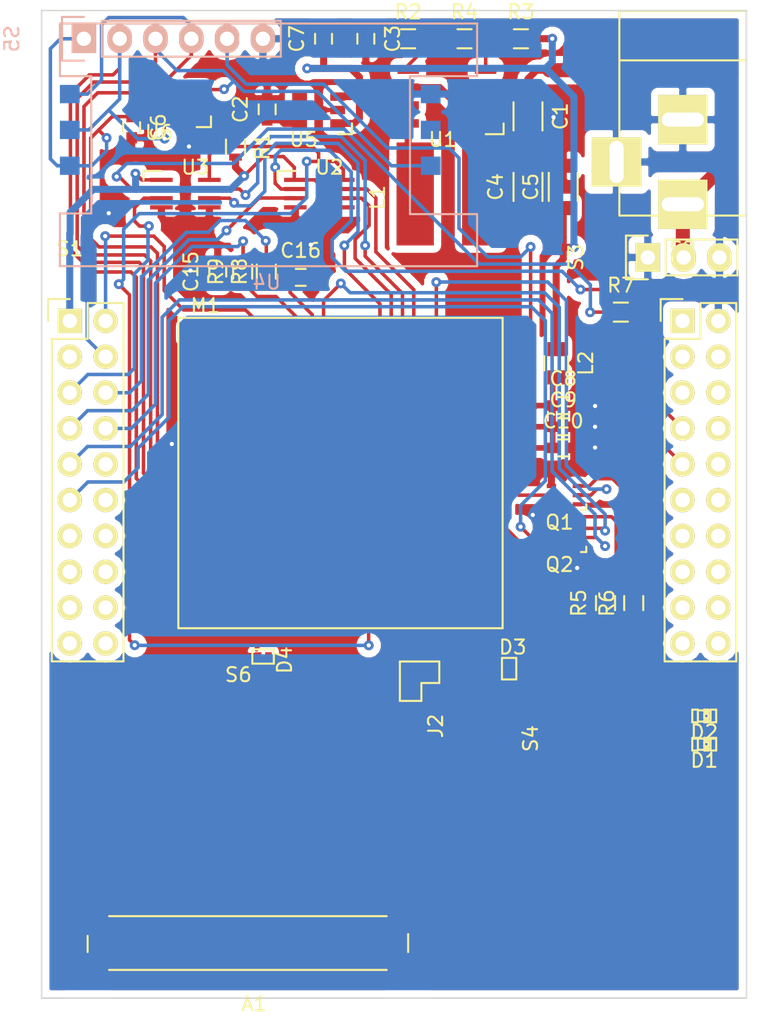
<source format=kicad_pcb>
(kicad_pcb (version 4) (host pcbnew "(after 2015-mar-04 BZR unknown)-product")
  (layers (0 F.Cu signal) (31 B.Cu signal) (34 B.Paste user) (35 F.Paste user) (36 B.SilkS user) (37 F.SilkS user) (38 B.Mask user) (39 F.Mask user) (44 Edge.Cuts user))
  (net 0 "")
  (net 1 GND)
  (net 2 "Net-(A1-Pad2)")
  (net 3 "Net-(A1-Pad3)")
  (net 4 "Net-(A1-Pad4)")
  (net 5 "Net-(C1-Pad1)")
  (net 6 "Net-(C2-Pad1)")
  (net 7 "Net-(C3-Pad1)")
  (net 8 "Net-(D1-Pad2)")
  (net 9 "Net-(D2-Pad2)")
  (net 10 "Net-(M1-Pad1)")
  (net 11 "Net-(M1-Pad2)")
  (net 12 "Net-(M1-Pad3)")
  (net 13 "Net-(M1-Pad5)")
  (net 14 "Net-(M1-Pad6)")
  (net 15 "Net-(M1-Pad7)")
  (net 16 "Net-(M1-Pad8)")
  (net 17 "Net-(M1-Pad10)")
  (net 18 "Net-(M1-Pad11)")
  (net 19 "Net-(M1-Pad14)")
  (net 20 "Net-(M1-Pad15)")
  (net 21 "Net-(M1-Pad16)")
  (net 22 "Net-(M1-Pad17)")
  (net 23 "Net-(M1-Pad18)")
  (net 24 "Net-(M1-Pad19)")
  (net 25 "Net-(M1-Pad20)")
  (net 26 "Net-(M1-Pad21)")
  (net 27 "Net-(M1-Pad22)")
  (net 28 "Net-(M1-Pad23)")
  (net 29 "Net-(M1-Pad24)")
  (net 30 "Net-(M1-Pad25)")
  (net 31 "Net-(M1-Pad27)")
  (net 32 "Net-(M1-Pad28)")
  (net 33 "Net-(M1-Pad29)")
  (net 34 "Net-(M1-Pad30)")
  (net 35 "Net-(M1-Pad31)")
  (net 36 "Net-(M1-Pad32)")
  (net 37 "Net-(M1-Pad33)")
  (net 38 "Net-(M1-Pad34)")
  (net 39 "Net-(M1-Pad35)")
  (net 40 "Net-(M1-Pad36)")
  (net 41 "Net-(M1-Pad40)")
  (net 42 "Net-(M1-Pad41)")
  (net 43 "Net-(M1-Pad42)")
  (net 44 "Net-(M1-Pad43)")
  (net 45 "Net-(M1-Pad44)")
  (net 46 "Net-(M1-Pad46)")
  (net 47 "Net-(M1-Pad47)")
  (net 48 "Net-(M1-Pad51)")
  (net 49 "Net-(M1-Pad52)")
  (net 50 "Net-(M1-Pad53)")
  (net 51 "Net-(M1-Pad54)")
  (net 52 "Net-(M1-Pad55)")
  (net 53 "Net-(M1-Pad56)")
  (net 54 "Net-(M1-Pad57)")
  (net 55 "Net-(M1-Pad58)")
  (net 56 "Net-(M1-Pad59)")
  (net 57 "Net-(M1-Pad60)")
  (net 58 "Net-(M1-Pad64)")
  (net 59 "Net-(M1-Pad65)")
  (net 60 "Net-(R3-Pad1)")
  (net 61 "Net-(S2-Pad5)")
  (net 62 "Net-(S2-Pad8)")
  (net 63 "Net-(S2-Pad10)")
  (net 64 "Net-(U5-Pad4)")
  (net 65 "Net-(C4-Pad1)")
  (net 66 "Net-(C6-Pad1)")
  (net 67 "Net-(C10-Pad1)")
  (net 68 "Net-(J2-Pad1)")
  (net 69 "Net-(L1-Pad1)")
  (net 70 "Net-(R2-Pad2)")
  (net 71 "Net-(S1-Pad10)")
  (net 72 "Net-(S2-Pad3)")
  (net 73 "Net-(S2-Pad4)")
  (net 74 "Net-(S2-Pad6)")
  (net 75 "Net-(U1-Pad7)")
  (net 76 "Net-(U4-Pad5)")
  (net 77 "Net-(D3-Pad2)")
  (net 78 "Net-(C15-Pad1)")
  (net 79 "Net-(M1-Pad4)")
  (net 80 PWR_ON)
  (net 81 RES)
  (net 82 CTS)
  (net 83 RTS)
  (net 84 "Net-(R8-Pad2)")
  (net 85 "Net-(R9-Pad2)")
  (net 86 "Net-(S1-Pad3)")
  (net 87 RXD)
  (net 88 TXD)
  (net 89 "Net-(S1-Pad12)")
  (net 90 "Net-(S1-Pad13)")
  (net 91 "Net-(S1-Pad14)")
  (net 92 "Net-(S1-Pad15)")
  (net 93 "Net-(S1-Pad16)")
  (net 94 "Net-(S1-Pad17)")
  (net 95 "Net-(S1-Pad18)")
  (net 96 "Net-(S1-Pad19)")
  (net 97 "Net-(S1-Pad20)")
  (net 98 "Net-(S2-Pad1)")
  (net 99 "Net-(S2-Pad11)")
  (net 100 "Net-(S2-Pad12)")
  (net 101 "Net-(S2-Pad13)")
  (net 102 "Net-(S2-Pad14)")
  (net 103 "Net-(S2-Pad15)")
  (net 104 "Net-(S2-Pad16)")
  (net 105 "Net-(S2-Pad17)")
  (net 106 "Net-(S2-Pad18)")
  (net 107 "Net-(S2-Pad19)")
  (net 108 "Net-(S2-Pad20)")
  (net 109 "Net-(C16-Pad1)")
  (net 110 "Net-(D4-Pad1)")
  (net 111 SIM_SEL)
  (net 112 "Net-(M1-Pad235)")
  (net 113 "Net-(M1-Pad45)")
  (net 114 "Net-(U6-Pad1)")
  (net 115 "Net-(Q1-Pad6)")
  (net 116 "Net-(Q1-Pad3)")
  (net 117 "Net-(R1-Pad2)")
  (module Meshium:ATOM010050030052 (layer B.Cu) (at 122 61)
    (fp_text reference U4 (at 13.97 8.255) (layer B.SilkS) (effects (justify mirror)))
    (fp_text value ATOM010050030052)
    (pad 1 smd rect (at 0 0) (size 1.4 1.3) (layers B.Cu B.Paste B.Mask) (net 66 "Net-(C6-Pad1)"))
    (pad 2 smd rect (at 0 -2.54) (size 1.4 1.3) (layers B.Cu B.Paste B.Mask) (net 33 "Net-(M1-Pad29)"))
    (pad 3 smd rect (at 0 -5.08) (size 1.4 1.3) (layers B.Cu B.Paste B.Mask) (net 31 "Net-(M1-Pad27)"))
    (pad 4 smd rect (at 25.6 -5.08) (size 1.4 1.3) (layers B.Cu B.Paste B.Mask) (net 1 GND))
    (pad 5 smd rect (at 25.6 -2.54) (size 1.4 1.3) (layers B.Cu B.Paste B.Mask) (net 76 "Net-(U4-Pad5)"))
    (pad 6 smd rect (at 25.6 0) (size 1.4 1.3) (layers B.Cu B.Paste B.Mask) (net 32 "Net-(M1-Pad28)"))
  )
  (module Meshium:AMMAP004 (layer F.Cu) (at 146 118 180)
    (fp_text reference A1 (at 10.922 -2.413 180) (layer F.SilkS))
    (fp_text value AMMAP004)
    (pad 1 smd rect (at 0 0 180) (size 2.3 1.8) (layers F.Cu F.Paste F.Mask) (net 1 GND))
    (pad 2 smd rect (at 0 3.7 180) (size 2.3 1.8) (layers F.Cu F.Paste F.Mask) (net 2 "Net-(A1-Pad2)"))
    (pad 3 smd rect (at 22.7 3.7 180) (size 2.3 1.8) (layers F.Cu F.Paste F.Mask) (net 3 "Net-(A1-Pad3)"))
    (pad 4 smd rect (at 22.7 0 180) (size 2.3 1.8) (layers F.Cu F.Paste F.Mask) (net 4 "Net-(A1-Pad4)"))
  )
  (module Capacitors_SMD:C_1206 (layer F.Cu) (at 154.5 57.5 270)
    (fp_text reference C1 (at 0 -2.3 270) (layer F.SilkS))
    (fp_text value 22uF)
    (pad 1 smd rect (at -1.5 0 270) (size 1 1.6) (layers F.Cu F.Paste F.Mask) (net 5 "Net-(C1-Pad1)"))
    (pad 2 smd rect (at 1.5 0 270) (size 1 1.6) (layers F.Cu F.Paste F.Mask) (net 1 GND))
  )
  (module Capacitors_SMD:C_0603 (layer F.Cu) (at 136 57 90)
    (fp_text reference C2 (at 0 -1.9 90) (layer F.SilkS))
    (fp_text value 1uF)
    (pad 1 smd rect (at -0.75 0 90) (size 0.8 0.75) (layers F.Cu F.Paste F.Mask) (net 6 "Net-(C2-Pad1)"))
    (pad 2 smd rect (at 0.75 0 90) (size 0.8 0.75) (layers F.Cu F.Paste F.Mask) (net 1 GND))
  )
  (module Capacitors_SMD:C_0603 (layer F.Cu) (at 143 52 270)
    (fp_text reference C3 (at 0 -1.9 270) (layer F.SilkS))
    (fp_text value 1.5nF)
    (pad 1 smd rect (at -0.75 0 270) (size 0.8 0.75) (layers F.Cu F.Paste F.Mask) (net 7 "Net-(C3-Pad1)"))
    (pad 2 smd rect (at 0.75 0 270) (size 0.8 0.75) (layers F.Cu F.Paste F.Mask) (net 1 GND))
  )
  (module Capacitors_SMD:C_1206 (layer F.Cu) (at 154.5 62.5 90)
    (fp_text reference C4 (at 0 -2.3 90) (layer F.SilkS))
    (fp_text value 22uF)
    (pad 1 smd rect (at -1.5 0 90) (size 1 1.6) (layers F.Cu F.Paste F.Mask) (net 65 "Net-(C4-Pad1)"))
    (pad 2 smd rect (at 1.5 0 90) (size 1 1.6) (layers F.Cu F.Paste F.Mask) (net 1 GND))
  )
  (module Capacitors_SMD:C_1206 (layer F.Cu) (at 157 62.5 90)
    (fp_text reference C5 (at 0 -2.3 90) (layer F.SilkS))
    (fp_text value 22uF)
    (pad 1 smd rect (at -1.5 0 90) (size 1 1.6) (layers F.Cu F.Paste F.Mask) (net 65 "Net-(C4-Pad1)"))
    (pad 2 smd rect (at 1.5 0 90) (size 1 1.6) (layers F.Cu F.Paste F.Mask) (net 1 GND))
  )
  (module Capacitors_SMD:C_0603 (layer F.Cu) (at 126.3904 58.2676 270)
    (fp_text reference C6 (at 0 -1.9 270) (layer F.SilkS))
    (fp_text value 0.1uF)
    (pad 1 smd rect (at -0.75 0 270) (size 0.8 0.75) (layers F.Cu F.Paste F.Mask) (net 66 "Net-(C6-Pad1)"))
    (pad 2 smd rect (at 0.75 0 270) (size 0.8 0.75) (layers F.Cu F.Paste F.Mask) (net 1 GND))
  )
  (module Capacitors_SMD:C_0603 (layer F.Cu) (at 140 52 90)
    (fp_text reference C7 (at 0 -1.9 90) (layer F.SilkS))
    (fp_text value 1uF)
    (pad 1 smd rect (at -0.75 0 90) (size 0.8 0.75) (layers F.Cu F.Paste F.Mask) (net 65 "Net-(C4-Pad1)"))
    (pad 2 smd rect (at 0.75 0 90) (size 0.8 0.75) (layers F.Cu F.Paste F.Mask) (net 1 GND))
  )
  (module Capacitors_SMD:C_0603 (layer F.Cu) (at 157 78)
    (fp_text reference C8 (at 0 -1.9) (layer F.SilkS))
    (fp_text value 10uF)
    (pad 1 smd rect (at -0.75 0) (size 0.8 0.75) (layers F.Cu F.Paste F.Mask) (net 67 "Net-(C10-Pad1)"))
    (pad 2 smd rect (at 0.75 0) (size 0.8 0.75) (layers F.Cu F.Paste F.Mask) (net 1 GND))
  )
  (module Capacitors_SMD:C_0603 (layer F.Cu) (at 157 79.5)
    (fp_text reference C9 (at 0 -1.9) (layer F.SilkS))
    (fp_text value 0.01uF)
    (pad 1 smd rect (at -0.75 0) (size 0.8 0.75) (layers F.Cu F.Paste F.Mask) (net 67 "Net-(C10-Pad1)"))
    (pad 2 smd rect (at 0.75 0) (size 0.8 0.75) (layers F.Cu F.Paste F.Mask) (net 1 GND))
  )
  (module Capacitors_SMD:C_0603 (layer F.Cu) (at 157 81)
    (fp_text reference C10 (at 0 -1.9) (layer F.SilkS))
    (fp_text value 30pF)
    (pad 1 smd rect (at -0.75 0) (size 0.8 0.75) (layers F.Cu F.Paste F.Mask) (net 67 "Net-(C10-Pad1)"))
    (pad 2 smd rect (at 0.75 0) (size 0.8 0.75) (layers F.Cu F.Paste F.Mask) (net 1 GND))
  )
  (module LEDs:LED-0603 (layer F.Cu) (at 167 102 180)
    (fp_text reference D1 (at 0 -1.15 180) (layer F.SilkS))
    (fp_text value LED_small)
    (pad 2 smd rect (at 0.7493 0) (size 0.79756 0.79756) (layers F.Cu F.Paste F.Mask) (net 8 "Net-(D1-Pad2)"))
    (pad 1 smd rect (at -0.7493 0) (size 0.79756 0.79756) (layers F.Cu F.Paste F.Mask) (net 65 "Net-(C4-Pad1)"))
  )
  (module LEDs:LED-0603 (layer F.Cu) (at 167 100 180)
    (fp_text reference D2 (at 0 -1.15 180) (layer F.SilkS))
    (fp_text value LED_small)
    (pad 2 smd rect (at 0.7493 0) (size 0.79756 0.79756) (layers F.Cu F.Paste F.Mask) (net 9 "Net-(D2-Pad2)"))
    (pad 1 smd rect (at -0.7493 0) (size 0.79756 0.79756) (layers F.Cu F.Paste F.Mask) (net 65 "Net-(C4-Pad1)"))
  )
  (module Connect:BARREL_JACK (layer F.Cu) (at 165.481 57.531 270)
    (fp_text reference J1 (at 10.09904 0 360) (layer F.SilkS))
    (fp_text value BARREL_JACK)
    (pad 1 thru_hole rect (at 6.20014 0 270) (size 3.50012 3.50012) (drill oval 1.00076 2.99974) (layers *.Cu *.Mask F.SilkS) (net 5 "Net-(C1-Pad1)"))
    (pad 2 thru_hole rect (at 0.20066 0 270) (size 3.50012 3.50012) (drill oval 1.00076 2.99974) (layers *.Cu *.Mask F.SilkS) (net 1 GND))
    (pad 3 thru_hole rect (at 3.2004 4.699 270) (size 3.50012 3.50012) (drill oval 2.99974 1.00076) (layers *.Cu *.Mask F.SilkS) (net 1 GND))
  )
  (module Meshium:JP3 (layer F.Cu) (at 146.177 96.901 270)
    (fp_text reference J2 (at 3.81 -1.778 270) (layer F.SilkS))
    (fp_text value JP3)
    (pad 1 smd rect (at 0.012 0 270) (size 0.9 0.9) (layers F.Cu F.Paste F.Mask) (net 68 "Net-(J2-Pad1)"))
    (pad 2 smd rect (at 1.512 0 270) (size 0.5 0.9) (layers F.Cu F.Paste F.Mask) (net 2 "Net-(A1-Pad2)"))
    (pad 3 smd rect (at 0.012 -1.5) (size 0.5 0.9) (layers F.Cu F.Paste F.Mask) (net 77 "Net-(D3-Pad2)"))
  )
  (module Meshium:CDRH6D38NP (layer F.Cu) (at 146.5 63 90)
    (fp_text reference L1 (at -0.254 -2.667 90) (layer F.SilkS))
    (fp_text value 3.3uH)
    (pad 1 smd rect (at 0 0 90) (size 7.3 2.65) (layers F.Cu F.Paste F.Mask) (net 69 "Net-(L1-Pad1)"))
    (pad 2 smd rect (at 0 4.65 90) (size 7.3 2.65) (layers F.Cu F.Paste F.Mask) (net 65 "Net-(C4-Pad1)"))
  )
  (module Capacitors_SMD:C_0805 (layer F.Cu) (at 156.5 75 270)
    (fp_text reference L2 (at 0 -2.1 270) (layer F.SilkS))
    (fp_text value BLM21PG221SN1D)
    (pad 1 smd rect (at -1 0 270) (size 1 1.25) (layers F.Cu F.Paste F.Mask) (net 65 "Net-(C4-Pad1)"))
    (pad 2 smd rect (at 1 0 270) (size 1 1.25) (layers F.Cu F.Paste F.Mask) (net 67 "Net-(C10-Pad1)"))
  )
  (module Meshium:LGA-234 (layer F.Cu) (at 148 76)
    (fp_text reference M1 (at -16.383 -5.08) (layer F.SilkS))
    (fp_text value HL8548)
    (pad 1 smd rect (at 0 0 90) (size 1 0.5) (layers F.Cu F.Paste F.Mask) (net 10 "Net-(M1-Pad1)"))
    (pad 2 smd rect (at -0.8 0 90) (size 1 0.5) (layers F.Cu F.Paste F.Mask) (net 11 "Net-(M1-Pad2)"))
    (pad 3 smd rect (at -1.6 0 90) (size 1 0.5) (layers F.Cu F.Paste F.Mask) (net 12 "Net-(M1-Pad3)"))
    (pad 4 smd rect (at -2.4 0 90) (size 1 0.5) (layers F.Cu F.Paste F.Mask) (net 79 "Net-(M1-Pad4)"))
    (pad 5 smd rect (at -3.2 0 90) (size 1 0.5) (layers F.Cu F.Paste F.Mask) (net 13 "Net-(M1-Pad5)"))
    (pad 6 smd rect (at -4 0 90) (size 1 0.5) (layers F.Cu F.Paste F.Mask) (net 14 "Net-(M1-Pad6)"))
    (pad 7 smd rect (at -4.8 0 90) (size 1 0.5) (layers F.Cu F.Paste F.Mask) (net 15 "Net-(M1-Pad7)"))
    (pad 8 smd rect (at -5.6 0 90) (size 1 0.5) (layers F.Cu F.Paste F.Mask) (net 16 "Net-(M1-Pad8)"))
    (pad 9 smd rect (at -6.4 0 90) (size 1 0.5) (layers F.Cu F.Paste F.Mask) (net 15 "Net-(M1-Pad7)"))
    (pad 10 smd rect (at -7.2 0 90) (size 1 0.5) (layers F.Cu F.Paste F.Mask) (net 17 "Net-(M1-Pad10)"))
    (pad 11 smd rect (at -8 0 90) (size 1 0.5) (layers F.Cu F.Paste F.Mask) (net 18 "Net-(M1-Pad11)"))
    (pad 12 smd rect (at -8.8 0 90) (size 1 0.5) (layers F.Cu F.Paste F.Mask) (net 109 "Net-(C16-Pad1)"))
    (pad 13 smd rect (at -9.6 0 90) (size 1 0.5) (layers F.Cu F.Paste F.Mask) (net 78 "Net-(C15-Pad1)"))
    (pad 14 smd rect (at -10.4 0 90) (size 1 0.5) (layers F.Cu F.Paste F.Mask) (net 19 "Net-(M1-Pad14)"))
    (pad 15 smd rect (at -11.2 0 90) (size 1 0.5) (layers F.Cu F.Paste F.Mask) (net 20 "Net-(M1-Pad15)"))
    (pad 16 smd rect (at -12 0 90) (size 1 0.5) (layers F.Cu F.Paste F.Mask) (net 21 "Net-(M1-Pad16)"))
    (pad 17 smd rect (at -12.8 0 90) (size 1 0.5) (layers F.Cu F.Paste F.Mask) (net 22 "Net-(M1-Pad17)"))
    (pad 18 smd rect (at -13.6 0 90) (size 1 0.5) (layers F.Cu F.Paste F.Mask) (net 23 "Net-(M1-Pad18)"))
    (pad 19 smd rect (at -14.98 1.18) (size 1 0.5) (layers F.Cu F.Paste F.Mask) (net 24 "Net-(M1-Pad19)"))
    (pad 20 smd rect (at -14.98 1.98) (size 1 0.5) (layers F.Cu F.Paste F.Mask) (net 25 "Net-(M1-Pad20)"))
    (pad 21 smd rect (at -14.98 2.78) (size 1 0.5) (layers F.Cu F.Paste F.Mask) (net 26 "Net-(M1-Pad21)"))
    (pad 22 smd rect (at -14.98 3.58) (size 1 0.5) (layers F.Cu F.Paste F.Mask) (net 27 "Net-(M1-Pad22)"))
    (pad 23 smd rect (at -14.98 4.38) (size 1 0.5) (layers F.Cu F.Paste F.Mask) (net 28 "Net-(M1-Pad23)"))
    (pad 24 smd rect (at -14.98 5.18) (size 1 0.5) (layers F.Cu F.Paste F.Mask) (net 29 "Net-(M1-Pad24)"))
    (pad 25 smd rect (at -14.98 5.98) (size 1 0.5) (layers F.Cu F.Paste F.Mask) (net 30 "Net-(M1-Pad25)"))
    (pad 26 smd rect (at -14.98 6.78) (size 1 0.5) (layers F.Cu F.Paste F.Mask) (net 66 "Net-(C6-Pad1)"))
    (pad 27 smd rect (at -14.98 7.58) (size 1 0.5) (layers F.Cu F.Paste F.Mask) (net 31 "Net-(M1-Pad27)"))
    (pad 28 smd rect (at -14.98 8.38) (size 1 0.5) (layers F.Cu F.Paste F.Mask) (net 32 "Net-(M1-Pad28)"))
    (pad 29 smd rect (at -14.98 9.18) (size 1 0.5) (layers F.Cu F.Paste F.Mask) (net 33 "Net-(M1-Pad29)"))
    (pad 30 smd rect (at -14.98 9.98) (size 1 0.5) (layers F.Cu F.Paste F.Mask) (net 34 "Net-(M1-Pad30)"))
    (pad 31 smd rect (at -14.98 10.78) (size 1 0.5) (layers F.Cu F.Paste F.Mask) (net 35 "Net-(M1-Pad31)"))
    (pad 32 smd rect (at -14.98 11.58) (size 1 0.5) (layers F.Cu F.Paste F.Mask) (net 36 "Net-(M1-Pad32)"))
    (pad 33 smd rect (at -14.98 12.38) (size 1 0.5) (layers F.Cu F.Paste F.Mask) (net 37 "Net-(M1-Pad33)"))
    (pad 34 smd rect (at -13.6 13.56 90) (size 1 0.5) (layers F.Cu F.Paste F.Mask) (net 38 "Net-(M1-Pad34)"))
    (pad 35 smd rect (at -12.8 13.56 90) (size 1 0.5) (layers F.Cu F.Paste F.Mask) (net 39 "Net-(M1-Pad35)"))
    (pad 36 smd rect (at -12 13.56 90) (size 1 0.5) (layers F.Cu F.Paste F.Mask) (net 40 "Net-(M1-Pad36)"))
    (pad 37 smd rect (at -11.2 13.56 90) (size 1 0.5) (layers F.Cu F.Paste F.Mask) (net 1 GND))
    (pad 38 smd rect (at -10.4 13.56 90) (size 1 0.5) (layers F.Cu F.Paste F.Mask) (net 110 "Net-(D4-Pad1)"))
    (pad 39 smd rect (at -9.6 13.56 90) (size 1 0.5) (layers F.Cu F.Paste F.Mask) (net 1 GND))
    (pad 40 smd rect (at -8.8 13.56 90) (size 1 0.5) (layers F.Cu F.Paste F.Mask) (net 41 "Net-(M1-Pad40)"))
    (pad 41 smd rect (at -8 13.56 90) (size 1 0.5) (layers F.Cu F.Paste F.Mask) (net 42 "Net-(M1-Pad41)"))
    (pad 42 smd rect (at -7.2 13.56 90) (size 1 0.5) (layers F.Cu F.Paste F.Mask) (net 43 "Net-(M1-Pad42)"))
    (pad 43 smd rect (at -6.4 13.56 90) (size 1 0.5) (layers F.Cu F.Paste F.Mask) (net 44 "Net-(M1-Pad43)"))
    (pad 44 smd rect (at -5.6 13.56 90) (size 1 0.5) (layers F.Cu F.Paste F.Mask) (net 45 "Net-(M1-Pad44)"))
    (pad 45 smd rect (at -4.8 13.56 90) (size 1 0.5) (layers F.Cu F.Paste F.Mask) (net 113 "Net-(M1-Pad45)"))
    (pad 46 smd rect (at -4 13.56 90) (size 1 0.5) (layers F.Cu F.Paste F.Mask) (net 46 "Net-(M1-Pad46)"))
    (pad 47 smd rect (at -3.2 13.56 90) (size 1 0.5) (layers F.Cu F.Paste F.Mask) (net 47 "Net-(M1-Pad47)"))
    (pad 48 smd rect (at -2.4 13.56 90) (size 1 0.5) (layers F.Cu F.Paste F.Mask) (net 1 GND))
    (pad 49 smd rect (at -1.6 13.56 90) (size 1 0.5) (layers F.Cu F.Paste F.Mask) (net 68 "Net-(J2-Pad1)"))
    (pad 50 smd rect (at -0.8 13.56 90) (size 1 0.5) (layers F.Cu F.Paste F.Mask) (net 1 GND))
    (pad 51 smd rect (at 0 13.56 90) (size 1 0.5) (layers F.Cu F.Paste F.Mask) (net 48 "Net-(M1-Pad51)"))
    (pad 52 smd rect (at 1.38 12.38 180) (size 1 0.5) (layers F.Cu F.Paste F.Mask) (net 49 "Net-(M1-Pad52)"))
    (pad 53 smd rect (at 1.38 11.58 180) (size 1 0.5) (layers F.Cu F.Paste F.Mask) (net 50 "Net-(M1-Pad53)"))
    (pad 54 smd rect (at 1.38 10.78 180) (size 1 0.5) (layers F.Cu F.Paste F.Mask) (net 51 "Net-(M1-Pad54)"))
    (pad 55 smd rect (at 1.38 9.98 180) (size 1 0.5) (layers F.Cu F.Paste F.Mask) (net 52 "Net-(M1-Pad55)"))
    (pad 56 smd rect (at 1.38 9.18 180) (size 1 0.5) (layers F.Cu F.Paste F.Mask) (net 53 "Net-(M1-Pad56)"))
    (pad 57 smd rect (at 1.38 8.38 180) (size 1 0.5) (layers F.Cu F.Paste F.Mask) (net 54 "Net-(M1-Pad57)"))
    (pad 58 smd rect (at 1.38 7.58 180) (size 1 0.5) (layers F.Cu F.Paste F.Mask) (net 55 "Net-(M1-Pad58)"))
    (pad 59 smd rect (at 1.38 6.78 180) (size 1 0.5) (layers F.Cu F.Paste F.Mask) (net 56 "Net-(M1-Pad59)"))
    (pad 60 smd rect (at 1.38 5.98 180) (size 1 0.5) (layers F.Cu F.Paste F.Mask) (net 57 "Net-(M1-Pad60)"))
    (pad 61 smd rect (at 1.38 5.18 180) (size 1 0.5) (layers F.Cu F.Paste F.Mask) (net 67 "Net-(C10-Pad1)"))
    (pad 62 smd rect (at 1.38 4.38 180) (size 1 0.5) (layers F.Cu F.Paste F.Mask) (net 67 "Net-(C10-Pad1)"))
    (pad 63 smd rect (at 1.38 3.58 180) (size 1 0.5) (layers F.Cu F.Paste F.Mask) (net 67 "Net-(C10-Pad1)"))
    (pad 64 smd rect (at 1.38 2.78 180) (size 1 0.5) (layers F.Cu F.Paste F.Mask) (net 58 "Net-(M1-Pad64)"))
    (pad 65 smd rect (at 1.38 1.98 180) (size 1 0.5) (layers F.Cu F.Paste F.Mask) (net 59 "Net-(M1-Pad65)"))
    (pad 66 smd rect (at 1.38 1.18 180) (size 1 0.5) (layers F.Cu F.Paste F.Mask) (net 111 SIM_SEL))
    (pad 167 smd rect (at 3.9 -3.17) (size 0.9 1) (layers F.Cu F.Paste F.Mask))
    (pad 68 smd rect (at -14.98 0) (size 1 1) (layers F.Cu F.Paste F.Mask) (net 1 GND))
    (pad 69 smd rect (at -14.98 13.56) (size 1 1) (layers F.Cu F.Paste F.Mask) (net 1 GND))
    (pad 70 smd rect (at 1.38 13.56) (size 1 1) (layers F.Cu F.Paste F.Mask) (net 1 GND))
    (pad 171 smd rect (at -0.413 1.618) (size 1 1) (layers F.Cu F.Paste F.Mask))
    (pad 172 smd rect (at -0.413 3.093) (size 1 1) (layers F.Cu F.Paste F.Mask))
    (pad 173 smd rect (at -0.413 4.568) (size 1 1) (layers F.Cu F.Paste F.Mask))
    (pad 174 smd rect (at -0.413 6.043) (size 1 1) (layers F.Cu F.Paste F.Mask))
    (pad 175 smd rect (at -0.413 7.518) (size 1 1) (layers F.Cu F.Paste F.Mask))
    (pad 176 smd rect (at -0.413 8.993) (size 1 1) (layers F.Cu F.Paste F.Mask))
    (pad 177 smd rect (at -0.413 10.468) (size 1 1) (layers F.Cu F.Paste F.Mask))
    (pad 179 smd rect (at -2.241 11.943) (size 1 1) (layers F.Cu F.Paste F.Mask))
    (pad 178 smd rect (at -0.413 11.943) (size 1 1) (layers F.Cu F.Paste F.Mask))
    (pad 180 smd rect (at -4.069 11.943) (size 1 1) (layers F.Cu F.Paste F.Mask))
    (pad 181 smd rect (at -5.897 11.943) (size 1 1) (layers F.Cu F.Paste F.Mask))
    (pad 182 smd rect (at -7.725 11.943) (size 1 1) (layers F.Cu F.Paste F.Mask))
    (pad 183 smd rect (at -9.553 11.943) (size 1 1) (layers F.Cu F.Paste F.Mask))
    (pad 184 smd rect (at -11.381 11.943) (size 1 1) (layers F.Cu F.Paste F.Mask))
    (pad 185 smd rect (at -13.209 11.943) (size 1 1) (layers F.Cu F.Paste F.Mask))
    (pad 186 smd rect (at -13.209 10.468) (size 1 1) (layers F.Cu F.Paste F.Mask))
    (pad 187 smd rect (at -13.209 8.993) (size 1 1) (layers F.Cu F.Paste F.Mask))
    (pad 188 smd rect (at -13.209 7.518) (size 1 1) (layers F.Cu F.Paste F.Mask))
    (pad 189 smd rect (at -13.209 6.043) (size 1 1) (layers F.Cu F.Paste F.Mask))
    (pad 190 smd rect (at -13.209 4.568) (size 1 1) (layers F.Cu F.Paste F.Mask))
    (pad 191 smd rect (at -13.209 3.093) (size 1 1) (layers F.Cu F.Paste F.Mask))
    (pad 192 smd rect (at -13.209 1.618) (size 1 1) (layers F.Cu F.Paste F.Mask))
    (pad 193 smd rect (at -11.384 1.618) (size 1 1) (layers F.Cu F.Paste F.Mask))
    (pad 194 smd rect (at -9.559 1.618) (size 1 1) (layers F.Cu F.Paste F.Mask))
    (pad 195 smd rect (at -7.734 1.618) (size 1 1) (layers F.Cu F.Paste F.Mask))
    (pad 196 smd rect (at -5.909 1.618) (size 1 1) (layers F.Cu F.Paste F.Mask))
    (pad 197 smd rect (at -4.084 1.618) (size 1 1) (layers F.Cu F.Paste F.Mask))
    (pad 198 smd rect (at -2.259 1.618) (size 1 1) (layers F.Cu F.Paste F.Mask))
    (pad 199 smd rect (at -2.259 3.093) (size 1 1) (layers F.Cu F.Paste F.Mask))
    (pad 200 smd rect (at -2.259 4.568) (size 1 1) (layers F.Cu F.Paste F.Mask))
    (pad 201 smd rect (at -2.259 6.043) (size 1 1) (layers F.Cu F.Paste F.Mask))
    (pad 202 smd rect (at -2.259 7.518) (size 1 1) (layers F.Cu F.Paste F.Mask))
    (pad 203 smd rect (at -2.259 8.993) (size 1 1) (layers F.Cu F.Paste F.Mask))
    (pad 204 smd rect (at -2.259 10.468) (size 1 1) (layers F.Cu F.Paste F.Mask))
    (pad 205 smd rect (at -4.084 10.468) (size 1 1) (layers F.Cu F.Paste F.Mask))
    (pad 206 smd rect (at -5.909 10.468) (size 1 1) (layers F.Cu F.Paste F.Mask))
    (pad 207 smd rect (at -7.734 10.468) (size 1 1) (layers F.Cu F.Paste F.Mask))
    (pad 208 smd rect (at -9.559 10.468) (size 1 1) (layers F.Cu F.Paste F.Mask))
    (pad 209 smd rect (at -11.384 10.468) (size 1 1) (layers F.Cu F.Paste F.Mask))
    (pad 210 smd rect (at -11.384 8.993) (size 1 1) (layers F.Cu F.Paste F.Mask))
    (pad 211 smd rect (at -11.384 7.518) (size 1 1) (layers F.Cu F.Paste F.Mask))
    (pad 212 smd rect (at -11.384 6.043) (size 1 1) (layers F.Cu F.Paste F.Mask))
    (pad 213 smd rect (at -11.384 4.568) (size 1 1) (layers F.Cu F.Paste F.Mask))
    (pad 214 smd rect (at -11.384 3.093) (size 1 1) (layers F.Cu F.Paste F.Mask))
    (pad 215 smd rect (at -9.559 3.093) (size 1 1) (layers F.Cu F.Paste F.Mask))
    (pad 216 smd rect (at -7.734 3.093) (size 1 1) (layers F.Cu F.Paste F.Mask))
    (pad 217 smd rect (at -5.909 3.093) (size 1 1) (layers F.Cu F.Paste F.Mask))
    (pad 218 smd rect (at -4.084 3.093) (size 1 1) (layers F.Cu F.Paste F.Mask))
    (pad 219 smd rect (at -4.084 4.568) (size 1 1) (layers F.Cu F.Paste F.Mask))
    (pad 220 smd rect (at -4.084 6.043) (size 1 1) (layers F.Cu F.Paste F.Mask))
    (pad 221 smd rect (at -4.084 7.518) (size 1 1) (layers F.Cu F.Paste F.Mask))
    (pad 222 smd rect (at -4.084 8.993) (size 1 1) (layers F.Cu F.Paste F.Mask))
    (pad 223 smd rect (at -5.909 8.993) (size 1 1) (layers F.Cu F.Paste F.Mask))
    (pad 224 smd rect (at -7.734 8.993) (size 1 1) (layers F.Cu F.Paste F.Mask))
    (pad 225 smd rect (at -9.559 8.993) (size 1 1) (layers F.Cu F.Paste F.Mask))
    (pad 226 smd rect (at -9.559 7.518) (size 1 1) (layers F.Cu F.Paste F.Mask))
    (pad 227 smd rect (at -9.559 6.043) (size 1 1) (layers F.Cu F.Paste F.Mask))
    (pad 228 smd rect (at -9.559 4.568) (size 1 1) (layers F.Cu F.Paste F.Mask))
    (pad 229 smd rect (at -7.734 4.568) (size 1 1) (layers F.Cu F.Paste F.Mask))
    (pad 230 smd rect (at -5.909 4.568) (size 1 1) (layers F.Cu F.Paste F.Mask))
    (pad 231 smd rect (at -5.909 6.043) (size 1 1) (layers F.Cu F.Paste F.Mask))
    (pad 232 smd rect (at -5.909 7.518) (size 1 1) (layers F.Cu F.Paste F.Mask))
    (pad 234 smd rect (at -7.734 6.043) (size 1 1) (layers F.Cu F.Paste F.Mask))
    (pad 233 smd rect (at -7.734 7.518) (size 1 1) (layers F.Cu F.Paste F.Mask))
    (pad 67 smd rect (at 1.38 0) (size 1 1) (layers F.Cu F.Paste F.Mask) (net 1 GND))
    (pad 168 smd rect (at -17.5 -3.17) (size 0.9 1) (layers F.Cu F.Paste F.Mask))
    (pad 169 smd rect (at -17.5 16.73) (size 0.9 1) (layers F.Cu F.Paste F.Mask))
    (pad 170 smd rect (at 3.9 16.73) (size 0.9 1) (layers F.Cu F.Paste F.Mask))
    (pad 235 smd circle (at 1.38 -1.495) (size 1 1) (layers F.Cu F.Paste F.Mask) (net 112 "Net-(M1-Pad235)"))
  )
  (module Meshium:SOT-363 (layer F.Cu) (at 158 85 180)
    (fp_text reference Q1 (at 1.27 -1.27 180) (layer F.SilkS))
    (fp_text value MUN5211DW)
    (pad 1 smd rect (at 0 0 180) (size 0.66 0.3) (layers F.Cu F.Paste F.Mask) (net 1 GND))
    (pad 2 smd rect (at 0 0.65 180) (size 0.66 0.3) (layers F.Cu F.Paste F.Mask) (net 10 "Net-(M1-Pad1)"))
    (pad 3 smd rect (at 0 1.3 180) (size 0.66 0.3) (layers F.Cu F.Paste F.Mask) (net 116 "Net-(Q1-Pad3)"))
    (pad 4 smd rect (at 1.84 1.3 180) (size 0.66 0.3) (layers F.Cu F.Paste F.Mask) (net 1 GND))
    (pad 5 smd rect (at 1.84 0.65 180) (size 0.66 0.3) (layers F.Cu F.Paste F.Mask) (net 57 "Net-(M1-Pad60)"))
    (pad 6 smd rect (at 1.84 0 180) (size 0.66 0.3) (layers F.Cu F.Paste F.Mask) (net 115 "Net-(Q1-Pad6)"))
  )
  (module Meshium:SOT-363 (layer F.Cu) (at 158 88 180)
    (fp_text reference Q2 (at 1.27 -1.27 180) (layer F.SilkS))
    (fp_text value MUN5211DW)
    (pad 1 smd rect (at 0 0 180) (size 0.66 0.3) (layers F.Cu F.Paste F.Mask) (net 1 GND))
    (pad 2 smd rect (at 0 0.65 180) (size 0.66 0.3) (layers F.Cu F.Paste F.Mask) (net 80 PWR_ON))
    (pad 3 smd rect (at 0 1.3 180) (size 0.66 0.3) (layers F.Cu F.Paste F.Mask) (net 18 "Net-(M1-Pad11)"))
    (pad 4 smd rect (at 1.84 1.3 180) (size 0.66 0.3) (layers F.Cu F.Paste F.Mask) (net 1 GND))
    (pad 5 smd rect (at 1.84 0.65 180) (size 0.66 0.3) (layers F.Cu F.Paste F.Mask) (net 81 RES))
    (pad 6 smd rect (at 1.84 0 180) (size 0.66 0.3) (layers F.Cu F.Paste F.Mask) (net 56 "Net-(M1-Pad59)"))
  )
  (module Resistors_SMD:R_0603 (layer F.Cu) (at 133.7564 59.6392 270)
    (fp_text reference R1 (at 0 -1.9 270) (layer F.SilkS))
    (fp_text value 0)
    (pad 1 smd rect (at -0.75 0 270) (size 0.5 0.9) (layers F.Cu F.Paste F.Mask) (net 6 "Net-(C2-Pad1)"))
    (pad 2 smd rect (at 0.75 0 270) (size 0.5 0.9) (layers F.Cu F.Paste F.Mask) (net 117 "Net-(R1-Pad2)"))
  )
  (module Resistors_SMD:R_0603 (layer F.Cu) (at 146 52)
    (fp_text reference R2 (at 0 -1.9) (layer F.SilkS))
    (fp_text value 12.1K)
    (pad 1 smd rect (at -0.75 0) (size 0.5 0.9) (layers F.Cu F.Paste F.Mask) (net 7 "Net-(C3-Pad1)"))
    (pad 2 smd rect (at 0.75 0) (size 0.5 0.9) (layers F.Cu F.Paste F.Mask) (net 70 "Net-(R2-Pad2)"))
  )
  (module Resistors_SMD:R_0603 (layer F.Cu) (at 154 52)
    (fp_text reference R3 (at 0 -1.9) (layer F.SilkS))
    (fp_text value 62K)
    (pad 1 smd rect (at -0.75 0) (size 0.5 0.9) (layers F.Cu F.Paste F.Mask) (net 60 "Net-(R3-Pad1)"))
    (pad 2 smd rect (at 0.75 0) (size 0.5 0.9) (layers F.Cu F.Paste F.Mask) (net 65 "Net-(C4-Pad1)"))
  )
  (module Resistors_SMD:R_0603 (layer F.Cu) (at 150 52)
    (fp_text reference R4 (at 0 -1.9) (layer F.SilkS))
    (fp_text value 15K)
    (pad 1 smd rect (at -0.75 0) (size 0.5 0.9) (layers F.Cu F.Paste F.Mask) (net 1 GND))
    (pad 2 smd rect (at 0.75 0) (size 0.5 0.9) (layers F.Cu F.Paste F.Mask) (net 60 "Net-(R3-Pad1)"))
  )
  (module Resistors_SMD:R_0603 (layer F.Cu) (at 160 92 90)
    (fp_text reference R5 (at 0 -1.9 90) (layer F.SilkS))
    (fp_text value R)
    (pad 1 smd rect (at -0.75 0 90) (size 0.5 0.9) (layers F.Cu F.Paste F.Mask) (net 8 "Net-(D1-Pad2)"))
    (pad 2 smd rect (at 0.75 0 90) (size 0.5 0.9) (layers F.Cu F.Paste F.Mask) (net 115 "Net-(Q1-Pad6)"))
  )
  (module Resistors_SMD:R_0603 (layer F.Cu) (at 162 92 90)
    (fp_text reference R6 (at 0 -1.9 90) (layer F.SilkS))
    (fp_text value R)
    (pad 1 smd rect (at -0.75 0 90) (size 0.5 0.9) (layers F.Cu F.Paste F.Mask) (net 9 "Net-(D2-Pad2)"))
    (pad 2 smd rect (at 0.75 0 90) (size 0.5 0.9) (layers F.Cu F.Paste F.Mask) (net 116 "Net-(Q1-Pad3)"))
  )
  (module Pin_Headers:Pin_Header_Straight_1x03 (layer F.Cu) (at 163 67.5 90)
    (fp_text reference S3 (at 0 -5.1 90) (layer F.SilkS))
    (fp_text value CONN_01X03)
    (pad 1 thru_hole rect (at 0 0 90) (size 2.032 1.7272) (drill 1.016) (layers *.Cu *.Mask F.SilkS) (net 1 GND))
    (pad 2 thru_hole oval (at 0 2.54 90) (size 2.032 1.7272) (drill 1.016) (layers *.Cu *.Mask F.SilkS) (net 5 "Net-(C1-Pad1)"))
    (pad 3 thru_hole oval (at 0 5.08 90) (size 2.032 1.7272) (drill 1.016) (layers *.Cu *.Mask F.SilkS) (net 1 GND))
  )
  (module Meshium:IPEX-20279-001E-01 (layer F.Cu) (at 155.321 98.171 90)
    (fp_text reference S4 (at -3.429 -0.635 90) (layer F.SilkS))
    (fp_text value IPEX-20279-001E-01)
    (pad 1 smd rect (at 0 0 90) (size 1 1.05) (layers F.Cu F.Paste F.Mask) (net 77 "Net-(D3-Pad2)"))
    (pad 2 smd rect (at -1.5 1.6 90) (size 1.05 2.2) (layers F.Cu F.Paste F.Mask) (net 1 GND))
    (pad 3 smd rect (at 1.5 1.6 90) (size 1.05 2.2) (layers F.Cu F.Paste F.Mask) (net 1 GND))
  )
  (module Meshium:SOIC8 (layer F.Cu) (at 151.5 58 180)
    (fp_text reference U1 (at 3.048 -1.143 180) (layer F.SilkS))
    (fp_text value NCP3170)
    (pad 1 smd rect (at 0 0 180) (size 1.52 0.6) (layers F.Cu F.Paste F.Mask) (net 1 GND))
    (pad 2 smd rect (at 0 1.27 180) (size 1.52 0.6) (layers F.Cu F.Paste F.Mask) (net 5 "Net-(C1-Pad1)"))
    (pad 3 smd rect (at 0 2.54 180) (size 1.52 0.6) (layers F.Cu F.Paste F.Mask) (net 1 GND))
    (pad 4 smd rect (at 0 3.81 180) (size 1.52 0.6) (layers F.Cu F.Paste F.Mask) (net 60 "Net-(R3-Pad1)"))
    (pad 5 smd rect (at 5.5 3.81 180) (size 1.52 0.6) (layers F.Cu F.Paste F.Mask) (net 70 "Net-(R2-Pad2)"))
    (pad 6 smd rect (at 5.5 2.54 180) (size 1.52 0.6) (layers F.Cu F.Paste F.Mask) (net 5 "Net-(C1-Pad1)"))
    (pad 7 smd rect (at 5.5 1.27 180) (size 1.52 0.6) (layers F.Cu F.Paste F.Mask) (net 75 "Net-(U1-Pad7)"))
    (pad 8 smd rect (at 5.5 0 180) (size 1.52 0.6) (layers F.Cu F.Paste F.Mask) (net 69 "Net-(L1-Pad1)"))
  )
  (module Meshium:SOT23-5 (layer F.Cu) (at 141 58 180)
    (fp_text reference U5 (at 2.413 -1.143 180) (layer F.SilkS))
    (fp_text value TPS76333)
    (pad 1 smd rect (at 0 0 180) (size 1.05 0.6) (layers F.Cu F.Paste F.Mask) (net 65 "Net-(C4-Pad1)"))
    (pad 2 smd rect (at 0 0.95 180) (size 1.05 0.6) (layers F.Cu F.Paste F.Mask) (net 1 GND))
    (pad 3 smd rect (at 0 1.9 180) (size 1.05 0.6) (layers F.Cu F.Paste F.Mask) (net 65 "Net-(C4-Pad1)"))
    (pad 4 smd rect (at 2.7 1.9 180) (size 1.05 0.6) (layers F.Cu F.Paste F.Mask) (net 64 "Net-(U5-Pad4)"))
    (pad 5 smd rect (at 2.7 0 180) (size 1.05 0.6) (layers F.Cu F.Paste F.Mask) (net 6 "Net-(C2-Pad1)"))
  )
  (module Meshium:SOT23-6L (layer F.Cu) (at 131 57.5 180)
    (fp_text reference U6 (at 2.667 -1.143 180) (layer F.SilkS))
    (fp_text value USBLC6-4)
    (pad 1 smd rect (at 0 0 180) (size 1.2 0.6) (layers F.Cu F.Paste F.Mask) (net 114 "Net-(U6-Pad1)"))
    (pad 2 smd rect (at 0 0.95 180) (size 1.2 0.6) (layers F.Cu F.Paste F.Mask) (net 1 GND))
    (pad 3 smd rect (at 0 1.9 180) (size 1.2 0.6) (layers F.Cu F.Paste F.Mask) (net 32 "Net-(M1-Pad28)"))
    (pad 4 smd rect (at 2.3 1.9 180) (size 1.2 0.6) (layers F.Cu F.Paste F.Mask) (net 31 "Net-(M1-Pad27)"))
    (pad 5 smd rect (at 2.3 0.95 180) (size 1.2 0.6) (layers F.Cu F.Paste F.Mask) (net 66 "Net-(C6-Pad1)"))
    (pad 6 smd rect (at 2.3 0 180) (size 1.2 0.6) (layers F.Cu F.Paste F.Mask) (net 33 "Net-(M1-Pad29)"))
  )
  (module Meshium:SOD-882 (layer F.Cu) (at 153.162 96.266)
    (fp_text reference D3 (at 0.254 -1.143) (layer F.SilkS))
    (fp_text value ESD7471)
    (pad 1 smd rect (at 0 0) (size 0.6 0.47) (layers F.Cu F.Paste F.Mask) (net 1 GND))
    (pad 2 smd rect (at 0 0.73) (size 0.6 0.47) (layers F.Cu F.Paste F.Mask) (net 77 "Net-(D3-Pad2)"))
  )
  (module Capacitors_SMD:C_0603 (layer F.Cu) (at 132.49656 68.50126 90)
    (fp_text reference C15 (at 0 -1.9 90) (layer F.SilkS))
    (fp_text value 0.22uF)
    (pad 1 smd rect (at -0.75 0 90) (size 0.8 0.75) (layers F.Cu F.Paste F.Mask) (net 78 "Net-(C15-Pad1)"))
    (pad 2 smd rect (at 0.75 0 90) (size 0.8 0.75) (layers F.Cu F.Paste F.Mask) (net 1 GND))
  )
  (module Capacitors_SMD:C_0603 (layer F.Cu) (at 138.3792 68.9102)
    (fp_text reference C16 (at 0 -1.9) (layer F.SilkS))
    (fp_text value 0.22uF)
    (pad 1 smd rect (at -0.75 0) (size 0.8 0.75) (layers F.Cu F.Paste F.Mask) (net 109 "Net-(C16-Pad1)"))
    (pad 2 smd rect (at 0.75 0) (size 0.8 0.75) (layers F.Cu F.Paste F.Mask) (net 1 GND))
  )
  (module Resistors_SMD:R_0603 (layer F.Cu) (at 161.0868 71.374)
    (fp_text reference R7 (at 0 -1.9) (layer F.SilkS))
    (fp_text value 0)
    (pad 1 smd rect (at -0.75 0) (size 0.5 0.9) (layers F.Cu F.Paste F.Mask) (net 82 CTS))
    (pad 2 smd rect (at 0.75 0) (size 0.5 0.9) (layers F.Cu F.Paste F.Mask) (net 83 RTS))
  )
  (module Resistors_SMD:R_0603 (layer F.Cu) (at 135.9408 68.5038 90)
    (fp_text reference R8 (at 0 -1.9 90) (layer F.SilkS))
    (fp_text value 22R)
    (pad 1 smd rect (at -0.75 0 90) (size 0.5 0.9) (layers F.Cu F.Paste F.Mask) (net 109 "Net-(C16-Pad1)"))
    (pad 2 smd rect (at 0.75 0 90) (size 0.5 0.9) (layers F.Cu F.Paste F.Mask) (net 84 "Net-(R8-Pad2)"))
  )
  (module Resistors_SMD:R_0603 (layer F.Cu) (at 134.2644 68.5038 90)
    (fp_text reference R9 (at 0 -1.9 90) (layer F.SilkS))
    (fp_text value 22R)
    (pad 1 smd rect (at -0.75 0 90) (size 0.5 0.9) (layers F.Cu F.Paste F.Mask) (net 78 "Net-(C15-Pad1)"))
    (pad 2 smd rect (at 0.75 0 90) (size 0.5 0.9) (layers F.Cu F.Paste F.Mask) (net 85 "Net-(R9-Pad2)"))
  )
  (module Meshium:Pin_Header_Straight_2x10 (layer F.Cu) (at 122 72)
    (fp_text reference S1 (at 0 -5.1) (layer F.SilkS))
    (fp_text value CONN_02X10)
    (pad 1 thru_hole rect (at 0 0) (size 1.7272 1.7272) (drill 1.016) (layers *.Cu *.Mask F.SilkS) (net 117 "Net-(R1-Pad2)"))
    (pad 2 thru_hole oval (at 2.54 0) (size 1.7272 1.7272) (drill 1.016) (layers *.Cu *.Mask F.SilkS) (net 21 "Net-(M1-Pad16)"))
    (pad 3 thru_hole oval (at 0 2.54) (size 1.7272 1.7272) (drill 1.016) (layers *.Cu *.Mask F.SilkS) (net 86 "Net-(S1-Pad3)"))
    (pad 4 thru_hole oval (at 2.54 2.54) (size 1.7272 1.7272) (drill 1.016) (layers *.Cu *.Mask F.SilkS) (net 1 GND))
    (pad 5 thru_hole oval (at 0 5.08) (size 1.7272 1.7272) (drill 1.016) (layers *.Cu *.Mask F.SilkS) (net 87 RXD))
    (pad 6 thru_hole oval (at 2.54 5.08) (size 1.7272 1.7272) (drill 1.016) (layers *.Cu *.Mask F.SilkS) (net 84 "Net-(R8-Pad2)"))
    (pad 7 thru_hole oval (at 0 7.62) (size 1.7272 1.7272) (drill 1.016) (layers *.Cu *.Mask F.SilkS) (net 88 TXD))
    (pad 8 thru_hole oval (at 2.54 7.62) (size 1.7272 1.7272) (drill 1.016) (layers *.Cu *.Mask F.SilkS) (net 85 "Net-(R9-Pad2)"))
    (pad 9 thru_hole oval (at 0 10.16) (size 1.7272 1.7272) (drill 1.016) (layers *.Cu *.Mask F.SilkS) (net 80 PWR_ON))
    (pad 10 thru_hole oval (at 2.54 10.16) (size 1.7272 1.7272) (drill 1.016) (layers *.Cu *.Mask F.SilkS) (net 71 "Net-(S1-Pad10)"))
    (pad 11 thru_hole oval (at 0 12.7) (size 1.7272 1.7272) (drill 1.016) (layers *.Cu *.Mask F.SilkS) (net 81 RES))
    (pad 12 thru_hole oval (at 2.54 12.7) (size 1.7272 1.7272) (drill 1.016) (layers *.Cu *.Mask F.SilkS) (net 89 "Net-(S1-Pad12)"))
    (pad 13 thru_hole oval (at 0 15.24) (size 1.7272 1.7272) (drill 1.016) (layers *.Cu *.Mask F.SilkS) (net 90 "Net-(S1-Pad13)"))
    (pad 14 thru_hole oval (at 2.54 15.24) (size 1.7272 1.7272) (drill 1.016) (layers *.Cu *.Mask F.SilkS) (net 91 "Net-(S1-Pad14)"))
    (pad 15 thru_hole oval (at 0 17.78) (size 1.7272 1.7272) (drill 1.016) (layers *.Cu *.Mask F.SilkS) (net 92 "Net-(S1-Pad15)"))
    (pad 16 thru_hole oval (at 2.54 17.78) (size 1.7272 1.7272) (drill 1.016) (layers *.Cu *.Mask F.SilkS) (net 93 "Net-(S1-Pad16)"))
    (pad 17 thru_hole oval (at 0 20.32) (size 1.7272 1.7272) (drill 1.016) (layers *.Cu *.Mask F.SilkS) (net 94 "Net-(S1-Pad17)"))
    (pad 18 thru_hole oval (at 2.54 20.32) (size 1.7272 1.7272) (drill 1.016) (layers *.Cu *.Mask F.SilkS) (net 95 "Net-(S1-Pad18)"))
    (pad 19 thru_hole oval (at 0 22.86) (size 1.7272 1.7272) (drill 1.016) (layers *.Cu *.Mask F.SilkS) (net 96 "Net-(S1-Pad19)"))
    (pad 20 thru_hole oval (at 2.54 22.86) (size 1.7272 1.7272) (drill 1.016) (layers *.Cu *.Mask F.SilkS) (net 97 "Net-(S1-Pad20)"))
  )
  (module Meshium:Pin_Header_Straight_2x10 (layer F.Cu) (at 165.46 72)
    (fp_text reference S2 (at 0 -5.1) (layer F.SilkS))
    (fp_text value CONN_02X10)
    (pad 1 thru_hole rect (at 0 0) (size 1.7272 1.7272) (drill 1.016) (layers *.Cu *.Mask F.SilkS) (net 98 "Net-(S2-Pad1)"))
    (pad 2 thru_hole oval (at 2.54 0) (size 1.7272 1.7272) (drill 1.016) (layers *.Cu *.Mask F.SilkS) (net 1 GND))
    (pad 3 thru_hole oval (at 0 2.54) (size 1.7272 1.7272) (drill 1.016) (layers *.Cu *.Mask F.SilkS) (net 72 "Net-(S2-Pad3)"))
    (pad 4 thru_hole oval (at 2.54 2.54) (size 1.7272 1.7272) (drill 1.016) (layers *.Cu *.Mask F.SilkS) (net 73 "Net-(S2-Pad4)"))
    (pad 5 thru_hole oval (at 0 5.08) (size 1.7272 1.7272) (drill 1.016) (layers *.Cu *.Mask F.SilkS) (net 61 "Net-(S2-Pad5)"))
    (pad 6 thru_hole oval (at 2.54 5.08) (size 1.7272 1.7272) (drill 1.016) (layers *.Cu *.Mask F.SilkS) (net 74 "Net-(S2-Pad6)"))
    (pad 7 thru_hole oval (at 0 7.62) (size 1.7272 1.7272) (drill 1.016) (layers *.Cu *.Mask F.SilkS) (net 83 RTS))
    (pad 8 thru_hole oval (at 2.54 7.62) (size 1.7272 1.7272) (drill 1.016) (layers *.Cu *.Mask F.SilkS) (net 62 "Net-(S2-Pad8)"))
    (pad 9 thru_hole oval (at 0 10.16) (size 1.7272 1.7272) (drill 1.016) (layers *.Cu *.Mask F.SilkS) (net 82 CTS))
    (pad 10 thru_hole oval (at 2.54 10.16) (size 1.7272 1.7272) (drill 1.016) (layers *.Cu *.Mask F.SilkS) (net 63 "Net-(S2-Pad10)"))
    (pad 11 thru_hole oval (at 0 12.7) (size 1.7272 1.7272) (drill 1.016) (layers *.Cu *.Mask F.SilkS) (net 99 "Net-(S2-Pad11)"))
    (pad 12 thru_hole oval (at 2.54 12.7) (size 1.7272 1.7272) (drill 1.016) (layers *.Cu *.Mask F.SilkS) (net 100 "Net-(S2-Pad12)"))
    (pad 13 thru_hole oval (at 0 15.24) (size 1.7272 1.7272) (drill 1.016) (layers *.Cu *.Mask F.SilkS) (net 101 "Net-(S2-Pad13)"))
    (pad 14 thru_hole oval (at 2.54 15.24) (size 1.7272 1.7272) (drill 1.016) (layers *.Cu *.Mask F.SilkS) (net 102 "Net-(S2-Pad14)"))
    (pad 15 thru_hole oval (at 0 17.78) (size 1.7272 1.7272) (drill 1.016) (layers *.Cu *.Mask F.SilkS) (net 103 "Net-(S2-Pad15)"))
    (pad 16 thru_hole oval (at 2.54 17.78) (size 1.7272 1.7272) (drill 1.016) (layers *.Cu *.Mask F.SilkS) (net 104 "Net-(S2-Pad16)"))
    (pad 17 thru_hole oval (at 0 20.32) (size 1.7272 1.7272) (drill 1.016) (layers *.Cu *.Mask F.SilkS) (net 105 "Net-(S2-Pad17)"))
    (pad 18 thru_hole oval (at 2.54 20.32) (size 1.7272 1.7272) (drill 1.016) (layers *.Cu *.Mask F.SilkS) (net 106 "Net-(S2-Pad18)"))
    (pad 19 thru_hole oval (at 0 22.86) (size 1.7272 1.7272) (drill 1.016) (layers *.Cu *.Mask F.SilkS) (net 107 "Net-(S2-Pad19)"))
    (pad 20 thru_hole oval (at 2.54 22.86) (size 1.7272 1.7272) (drill 1.016) (layers *.Cu *.Mask F.SilkS) (net 108 "Net-(S2-Pad20)"))
  )
  (module Pin_Headers:Pin_Header_Straight_1x06 (layer B.Cu) (at 123 52 270)
    (fp_text reference S5 (at 0 5.1 270) (layer B.SilkS) (effects (justify mirror)))
    (fp_text value CONN_01X06)
    (pad 1 thru_hole rect (at 0 0 270) (size 2.032 1.7272) (drill 1.016) (layers *.Cu *.Mask B.SilkS) (net 66 "Net-(C6-Pad1)"))
    (pad 2 thru_hole oval (at 0 -2.54 270) (size 2.032 1.7272) (drill 1.016) (layers *.Cu *.Mask B.SilkS) (net 33 "Net-(M1-Pad29)"))
    (pad 3 thru_hole oval (at 0 -5.08 270) (size 2.032 1.7272) (drill 1.016) (layers *.Cu *.Mask B.SilkS) (net 32 "Net-(M1-Pad28)"))
    (pad 4 thru_hole oval (at 0 -7.62 270) (size 2.032 1.7272) (drill 1.016) (layers *.Cu *.Mask B.SilkS) (net 31 "Net-(M1-Pad27)"))
    (pad 5 thru_hole oval (at 0 -10.16 270) (size 2.032 1.7272) (drill 1.016) (layers *.Cu *.Mask B.SilkS) (net 111 SIM_SEL))
    (pad 6 thru_hole oval (at 0 -12.7 270) (size 2.032 1.7272) (drill 1.016) (layers *.Cu *.Mask B.SilkS) (net 1 GND))
  )
  (module Meshium:SOD-882 (layer F.Cu) (at 136.0932 95.7834 270)
    (fp_text reference D4 (at 0.254 -1.143 270) (layer F.SilkS))
    (fp_text value ESD7471)
    (pad 1 smd rect (at 0 0 270) (size 0.6 0.47) (layers F.Cu F.Paste F.Mask) (net 110 "Net-(D4-Pad1)"))
    (pad 2 smd rect (at 0 0.73 270) (size 0.6 0.47) (layers F.Cu F.Paste F.Mask) (net 1 GND))
  )
  (module Meshium:IPEX-20279-001E-01 (layer F.Cu) (at 137.3886 97.7138)
    (fp_text reference S6 (at -3.429 -0.635) (layer F.SilkS))
    (fp_text value IPEX-20279-001E-01)
    (pad 1 smd rect (at 0 0) (size 1 1.05) (layers F.Cu F.Paste F.Mask) (net 110 "Net-(D4-Pad1)"))
    (pad 2 smd rect (at -1.5 1.6) (size 1.05 2.2) (layers F.Cu F.Paste F.Mask) (net 1 GND))
    (pad 3 smd rect (at 1.5 1.6) (size 1.05 2.2) (layers F.Cu F.Paste F.Mask) (net 1 GND))
  )
  (module Meshium:SSOP-8 (layer F.Cu) (at 138 62)
    (fp_text reference U2 (at 2.413 -0.889) (layer F.SilkS))
    (fp_text value SN74LVC2T45DCT)
    (pad 1 smd rect (at 0 0) (size 1.6 0.3) (layers F.Cu F.Paste F.Mask) (net 117 "Net-(R1-Pad2)"))
    (pad 2 smd rect (at 0 0.65) (size 1.6 0.3) (layers F.Cu F.Paste F.Mask) (net 83 RTS))
    (pad 3 smd rect (at 0 1.3) (size 1.6 0.3) (layers F.Cu F.Paste F.Mask) (net 88 TXD))
    (pad 4 smd rect (at 0 1.95) (size 1.6 0.3) (layers F.Cu F.Paste F.Mask) (net 1 GND))
    (pad 5 smd rect (at 3.4 1.95) (size 1.6 0.3) (layers F.Cu F.Paste F.Mask) (net 117 "Net-(R1-Pad2)"))
    (pad 6 smd rect (at 3.4 1.3) (size 1.6 0.3) (layers F.Cu F.Paste F.Mask) (net 13 "Net-(M1-Pad5)"))
    (pad 7 smd rect (at 3.4 0.65) (size 1.6 0.3) (layers F.Cu F.Paste F.Mask) (net 12 "Net-(M1-Pad3)"))
    (pad 8 smd rect (at 3.4 0) (size 1.6 0.3) (layers F.Cu F.Paste F.Mask) (net 113 "Net-(M1-Pad45)"))
  )
  (module Meshium:SSOP-8 (layer F.Cu) (at 128.5 62)
    (fp_text reference U3 (at 2.413 -0.889) (layer F.SilkS))
    (fp_text value SN74LVC2T45DCT)
    (pad 1 smd rect (at 0 0) (size 1.6 0.3) (layers F.Cu F.Paste F.Mask) (net 117 "Net-(R1-Pad2)"))
    (pad 2 smd rect (at 0 0.65) (size 1.6 0.3) (layers F.Cu F.Paste F.Mask) (net 82 CTS))
    (pad 3 smd rect (at 0 1.3) (size 1.6 0.3) (layers F.Cu F.Paste F.Mask) (net 87 RXD))
    (pad 4 smd rect (at 0 1.95) (size 1.6 0.3) (layers F.Cu F.Paste F.Mask) (net 1 GND))
    (pad 5 smd rect (at 3.4 1.95) (size 1.6 0.3) (layers F.Cu F.Paste F.Mask) (net 1 GND))
    (pad 6 smd rect (at 3.4 1.3) (size 1.6 0.3) (layers F.Cu F.Paste F.Mask) (net 14 "Net-(M1-Pad6)"))
    (pad 7 smd rect (at 3.4 0.65) (size 1.6 0.3) (layers F.Cu F.Paste F.Mask) (net 79 "Net-(M1-Pad4)"))
    (pad 8 smd rect (at 3.4 0) (size 1.6 0.3) (layers F.Cu F.Paste F.Mask) (net 113 "Net-(M1-Pad45)"))
  )
  (gr_line (start 120 120) (end 170 120) (angle 90) (layer Edge.Cuts) (width 0.1))
  (gr_line (start 170 50) (end 170 120) (angle 90) (layer Edge.Cuts) (width 0.1))
  (gr_line (start 120 50) (end 120 120) (angle 90) (layer Edge.Cuts) (width 0.1))
  (gr_line (start 120 50) (end 170 50) (angle 90) (layer Edge.Cuts) (width 0.1))
  (segment (start 167.6146 98.2345) (end 164.4142 98.2345) (width 0.5) (layer F.Cu) (net 0))
  (segment (start 163.2204 97.0407) (end 164.4142 98.2345) (width 0.5) (layer F.Cu) (net 0))
  (segment (start 134.619 77.691) (end 134.7902 77.691) (width 0.25) (layer F.Cu) (net 0))
  (segment (start 134.619 77.691) (end 134.714 77.691) (width 0.25) (layer F.Cu) (net 0))
  (segment (start 134.619 88.016) (end 134.7928 88.016) (width 0.25) (layer F.Cu) (net 0))
  (segment (start 136.447 88.016) (end 136.276 88.016) (width 0.25) (layer F.Cu) (net 0))
  (segment (start 136.444 86.541) (end 136.2742 86.541) (width 0.25) (layer F.Cu) (net 0))
  (segment (start 134.619 86.541) (end 134.7946 86.541) (width 0.25) (layer F.Cu) (net 0))
  (segment (start 136.444 85.066) (end 136.2724 85.066) (width 0.25) (layer F.Cu) (net 0))
  (segment (start 134.619 85.066) (end 134.7964 85.066) (width 0.25) (layer F.Cu) (net 0))
  (segment (start 136.444 83.591) (end 136.2706 83.591) (width 0.25) (layer F.Cu) (net 0))
  (segment (start 134.619 83.591) (end 134.7982 83.591) (width 0.25) (layer F.Cu) (net 0))
  (segment (start 136.444 82.116) (end 136.2688 82.116) (width 0.25) (layer F.Cu) (net 0))
  (segment (start 134.619 82.116) (end 134.8 82.116) (width 0.25) (layer F.Cu) (net 0))
  (segment (start 136.444 80.641) (end 136.267 80.641) (width 0.25) (layer F.Cu) (net 0))
  (segment (start 134.619 80.641) (end 134.8018 80.641) (width 0.25) (layer F.Cu) (net 0))
  (segment (start 136.444 79.166) (end 136.2652 79.166) (width 0.25) (layer F.Cu) (net 0))
  (segment (start 134.619 79.166) (end 134.8036 79.166) (width 0.25) (layer F.Cu) (net 0))
  (segment (start 134.619 79.166) (end 134.792 79.166) (width 0.25) (layer F.Cu) (net 0))
  (segment (start 136.444 77.691) (end 136.2786 77.691) (width 0.25) (layer F.Cu) (net 0))
  (segment (start 141.756 85.066) (end 141.919 85.066) (width 0.25) (layer F.Cu) (net 0))
  (segment (start 141.7578 83.591) (end 141.919 83.591) (width 0.25) (layer F.Cu) (net 0))
  (segment (start 140.2846 83.591) (end 140.094 83.591) (width 0.25) (layer F.Cu) (net 0))
  (segment (start 141.7596 82.116) (end 141.919 82.116) (width 0.25) (layer F.Cu) (net 0))
  (segment (start 140.2864 82.116) (end 140.094 82.116) (width 0.25) (layer F.Cu) (net 0))
  (segment (start 151.5 58) (end 153.0232 58) (width 0.25) (layer F.Cu) (net 1))
  (segment (start 153.4668 57.5564) (end 154.6352 57.5564) (width 0.25) (layer F.Cu) (net 1))
  (segment (start 153.0232 58) (end 153.4668 57.5564) (width 0.25) (layer F.Cu) (net 1))
  (segment (start 151.5 55.46) (end 149.948 55.46) (width 0.25) (layer F.Cu) (net 1))
  (segment (start 148.082 53.594) (end 148.082 52.8574) (width 0.25) (layer F.Cu) (net 1))
  (segment (start 149.948 55.46) (end 148.082 53.594) (width 0.25) (layer F.Cu) (net 1))
  (segment (start 133.02 76) (end 131.3148 76) (width 0.25) (layer F.Cu) (net 1))
  (via (at 129.2352 80.7212) (size 0.7) (layers F.Cu B.Cu) (net 1))
  (segment (start 130.8608 78.8924) (end 129.2352 80.7212) (width 0.25) (layer F.Cu) (net 1))
  (segment (start 130.8608 76.454) (end 130.8608 78.8924) (width 0.25) (layer F.Cu) (net 1))
  (segment (start 131.3148 76) (end 130.8608 76.454) (width 0.25) (layer F.Cu) (net 1))
  (segment (start 138 63.95) (end 138 65.5084) (width 0.25) (layer F.Cu) (net 1))
  (segment (start 139.1292 66.6376) (end 139.1292 68.9102) (width 0.25) (layer F.Cu) (net 1))
  (via (at 139.0904 66.5988) (size 0.7) (layers F.Cu B.Cu) (net 1))
  (segment (start 139.1292 66.6376) (end 139.0904 66.5988) (width 0.25) (layer F.Cu) (net 1))
  (segment (start 138 65.5084) (end 139.0904 66.5988) (width 0.25) (layer F.Cu) (net 1))
  (segment (start 131.9 63.95) (end 131.9 65.5596) (width 0.25) (layer F.Cu) (net 1))
  (segment (start 131.1148 67.63372) (end 131.23234 67.75126) (width 0.25) (layer F.Cu) (net 1))
  (segment (start 131.1148 66.3448) (end 131.1148 67.63372) (width 0.25) (layer F.Cu) (net 1))
  (segment (start 131.9 65.5596) (end 131.1148 66.3448) (width 0.25) (layer F.Cu) (net 1))
  (segment (start 131.23234 67.75126) (end 132.49656 67.75126) (width 0.25) (layer F.Cu) (net 1))
  (segment (start 128.5 63.95) (end 128.5 64.6444) (width 0.25) (layer F.Cu) (net 1))
  (segment (start 132.1404 56.55) (end 132.5372 56.9468) (width 0.25) (layer F.Cu) (net 1))
  (segment (start 132.5372 56.9468) (end 132.5372 58.2168) (width 0.25) (layer F.Cu) (net 1))
  (segment (start 132.5372 58.2168) (end 131.1148 59.6392) (width 0.25) (layer F.Cu) (net 1))
  (segment (start 131.1148 59.6392) (end 130.4544 59.6392) (width 0.25) (layer F.Cu) (net 1))
  (via (at 130.4544 59.6392) (size 0.7) (layers F.Cu B.Cu) (net 1))
  (segment (start 132.1404 56.55) (end 131 56.55) (width 0.25) (layer F.Cu) (net 1))
  (segment (start 130.2004 59.8932) (end 130.4544 59.6392) (width 0.25) (layer F.Cu) (net 1))
  (segment (start 130.2004 64.8208) (end 130.2004 59.8932) (width 0.25) (layer F.Cu) (net 1))
  (segment (start 129.8956 65.1256) (end 130.2004 64.8208) (width 0.25) (layer F.Cu) (net 1))
  (segment (start 128.9812 65.1256) (end 129.8956 65.1256) (width 0.25) (layer F.Cu) (net 1))
  (segment (start 128.5 64.6444) (end 128.9812 65.1256) (width 0.25) (layer F.Cu) (net 1))
  (segment (start 124.54 74.54) (end 124.4764 74.54) (width 0.25) (layer B.Cu) (net 1))
  (segment (start 124.4764 74.54) (end 123.2408 73.3044) (width 0.25) (layer B.Cu) (net 1))
  (segment (start 123.2408 73.3044) (end 123.2408 65.8876) (width 0.25) (layer B.Cu) (net 1))
  (segment (start 123.2408 65.8876) (end 124.7648 64.3636) (width 0.25) (layer B.Cu) (net 1))
  (via (at 124.7648 64.3636) (size 0.7) (layers F.Cu B.Cu) (net 1))
  (segment (start 144.04776 52.75) (end 144.272 52.97424) (width 0.25) (layer F.Cu) (net 1))
  (segment (start 144.272 52.97424) (end 144.272 55.7784) (width 0.25) (layer F.Cu) (net 1))
  (segment (start 144.272 55.7784) (end 144.0688 55.9816) (width 0.25) (layer F.Cu) (net 1))
  (segment (start 143 52.75) (end 144.04776 52.75) (width 0.25) (layer F.Cu) (net 1))
  (segment (start 155.5594 86.7) (end 154.8384 85.979) (width 0.25) (layer F.Cu) (net 1))
  (segment (start 156.16 86.7) (end 155.5594 86.7) (width 0.25) (layer F.Cu) (net 1))
  (segment (start 159.5258 85) (end 159.5374 84.9884) (width 0.25) (layer F.Cu) (net 1))
  (segment (start 158 85) (end 159.5258 85) (width 0.25) (layer F.Cu) (net 1))
  (segment (start 148.9394 52) (end 148.082 52.8574) (width 0.25) (layer F.Cu) (net 1))
  (segment (start 148.082 52.8574) (end 148.0058 52.9336) (width 0.25) (layer F.Cu) (net 1))
  (segment (start 149.25 52) (end 148.9394 52) (width 0.25) (layer F.Cu) (net 1))
  (segment (start 154.5 57.6916) (end 154.6352 57.5564) (width 0.25) (layer F.Cu) (net 1))
  (segment (start 154.6352 57.5564) (end 156.3116 57.5564) (width 0.25) (layer F.Cu) (net 1))
  (via (at 156.3116 57.5564) (size 0.7) (layers F.Cu B.Cu) (net 1))
  (segment (start 154.5 59) (end 154.5 57.6916) (width 0.25) (layer F.Cu) (net 1))
  (segment (start 156.16 86.1068) (end 155.8036 85.7504) (width 0.25) (layer F.Cu) (net 1))
  (segment (start 155.8036 85.7504) (end 154.8384 85.7504) (width 0.25) (layer F.Cu) (net 1))
  (via (at 154.8384 85.7504) (size 0.7) (layers F.Cu B.Cu) (net 1))
  (segment (start 156.16 86.7) (end 156.16 86.1068) (width 0.25) (layer F.Cu) (net 1))
  (segment (start 159.2292 78) (end 159.258 78.0288) (width 0.25) (layer F.Cu) (net 1))
  (via (at 159.258 78.0288) (size 0.7) (layers F.Cu B.Cu) (net 1))
  (segment (start 157.75 78) (end 159.2292 78) (width 0.25) (layer F.Cu) (net 1))
  (segment (start 159.256 79.5) (end 159.258 79.502) (width 0.25) (layer F.Cu) (net 1))
  (via (at 159.258 79.502) (size 0.7) (layers F.Cu B.Cu) (net 1))
  (segment (start 157.75 79.5) (end 159.256 79.5) (width 0.25) (layer F.Cu) (net 1))
  (segment (start 159.2332 81) (end 159.258 80.9752) (width 0.25) (layer F.Cu) (net 1))
  (via (at 159.258 80.9752) (size 0.7) (layers F.Cu B.Cu) (net 1))
  (segment (start 157.75 81) (end 159.2332 81) (width 0.25) (layer F.Cu) (net 1))
  (segment (start 158 89.4976) (end 157.988 89.5096) (width 0.25) (layer F.Cu) (net 1))
  (via (at 157.988 89.5096) (size 0.7) (layers F.Cu B.Cu) (net 1))
  (segment (start 158 88) (end 158 89.4976) (width 0.25) (layer F.Cu) (net 1))
  (segment (start 131.23234 67.75126) (end 130.556 68.4276) (width 0.25) (layer F.Cu) (net 1))
  (via (at 130.556 68.4276) (size 0.7) (layers F.Cu B.Cu) (net 1))
  (segment (start 132.49656 67.75126) (end 131.23234 67.75126) (width 0.25) (layer F.Cu) (net 1))
  (segment (start 146.177 98.413) (end 146.177 114.123) (width 0.25) (layer F.Cu) (net 2))
  (segment (start 146.177 114.123) (end 146 114.3) (width 0.25) (layer F.Cu) (net 2))
  (segment (start 165.481 63.73114) (end 165.58514 63.627) (width 1) (layer F.Cu) (net 5))
  (segment (start 165.481 67.564) (end 165.481 63.73114) (width 1) (layer F.Cu) (net 5))
  (segment (start 168.656 60.706) (end 168.656 55.626) (width 1) (layer F.Cu) (net 5))
  (segment (start 168.656 55.626) (end 167.259 54.229) (width 1) (layer F.Cu) (net 5))
  (segment (start 156.0068 54.229) (end 156.361 54.229) (width 1) (layer F.Cu) (net 5))
  (segment (start 156.8958 54.229) (end 156.0068 54.229) (width 1) (layer F.Cu) (net 5))
  (segment (start 167.259 54.229) (end 156.8958 54.229) (width 1) (layer F.Cu) (net 5))
  (segment (start 165.63086 63.73114) (end 168.656 60.706) (width 1) (layer F.Cu) (net 5))
  (segment (start 165.481 63.73114) (end 165.63086 63.73114) (width 1) (layer F.Cu) (net 5))
  (segment (start 156.8958 54.229) (end 156.271 54.229) (width 0.5) (layer F.Cu) (net 5))
  (segment (start 149.5162 56.73) (end 148.2462 55.46) (width 0.5) (layer F.Cu) (net 5))
  (segment (start 148.2462 55.46) (end 146 55.46) (width 0.5) (layer F.Cu) (net 5))
  (segment (start 151.5 56.73) (end 149.5162 56.73) (width 0.5) (layer F.Cu) (net 5))
  (segment (start 154.5 54.8341) (end 154.5 56) (width 0.5) (layer F.Cu) (net 5))
  (segment (start 155.1051 54.229) (end 154.5 54.8341) (width 0.5) (layer F.Cu) (net 5))
  (segment (start 156.0068 54.229) (end 155.1051 54.229) (width 0.5) (layer F.Cu) (net 5))
  (segment (start 152.4644 56.73) (end 153.1944 56) (width 0.5) (layer F.Cu) (net 5))
  (segment (start 153.1944 56) (end 154.5 56) (width 0.5) (layer F.Cu) (net 5))
  (segment (start 151.5 56.73) (end 152.4644 56.73) (width 0.5) (layer F.Cu) (net 5))
  (segment (start 137.2099 58) (end 136.9599 57.75) (width 0.5) (layer F.Cu) (net 6))
  (segment (start 136.9599 57.75) (end 136 57.75) (width 0.5) (layer F.Cu) (net 6))
  (segment (start 138.3 58) (end 137.2099 58) (width 0.5) (layer F.Cu) (net 6))
  (segment (start 134.1724 57.75) (end 133.7564 58.166) (width 0.5) (layer F.Cu) (net 6))
  (segment (start 133.7564 58.166) (end 133.7564 58.8892) (width 0.5) (layer F.Cu) (net 6))
  (segment (start 136 57.75) (end 134.1724 57.75) (width 0.5) (layer F.Cu) (net 6))
  (segment (start 144.7608 52) (end 144.0108 51.25) (width 0.25) (layer F.Cu) (net 7))
  (segment (start 144.0108 51.25) (end 143 51.25) (width 0.25) (layer F.Cu) (net 7))
  (segment (start 145.25 52) (end 144.7608 52) (width 0.25) (layer F.Cu) (net 7))
  (segment (start 166.2443 102.0064) (end 166.2507 102) (width 0.25) (layer F.Cu) (net 8))
  (segment (start 160 93.7822) (end 160 92.75) (width 0.25) (layer F.Cu) (net 8))
  (segment (start 164.9349 100.7491) (end 164.9349 102.0064) (width 0.25) (layer F.Cu) (net 8))
  (segment (start 161.5059 97.3201) (end 164.9349 100.7491) (width 0.25) (layer F.Cu) (net 8))
  (segment (start 161.5059 95.2881) (end 161.5059 97.3201) (width 0.25) (layer F.Cu) (net 8))
  (segment (start 160 93.7822) (end 161.5059 95.2881) (width 0.25) (layer F.Cu) (net 8))
  (segment (start 166.2443 102.0064) (end 164.9349 102.0064) (width 0.25) (layer F.Cu) (net 8))
  (segment (start 164.973 100.1014) (end 164.9476 100.076) (width 0.25) (layer F.Cu) (net 9))
  (segment (start 162 97.1284) (end 164.973 100.1014) (width 0.25) (layer F.Cu) (net 9))
  (segment (start 162 92.75) (end 162 97.1284) (width 0.25) (layer F.Cu) (net 9))
  (segment (start 166.1493 100.1014) (end 166.2507 100) (width 0.25) (layer F.Cu) (net 9))
  (segment (start 164.973 100.1014) (end 166.1493 100.1014) (width 0.25) (layer F.Cu) (net 9))
  (segment (start 148 70.05066) (end 148 76) (width 0.25) (layer F.Cu) (net 10))
  (segment (start 148 70.0728) (end 148 70.05066) (width 0.25) (layer F.Cu) (net 10))
  (segment (start 147.99564 69.25056) (end 148 69.25492) (width 0.25) (layer F.Cu) (net 10))
  (segment (start 148 69.25492) (end 147.99564 69.25056) (width 0.25) (layer F.Cu) (net 10))
  (segment (start 148 70.05066) (end 148 69.25492) (width 0.25) (layer F.Cu) (net 10))
  (segment (start 148.0058 69.2404) (end 147.99564 69.25056) (width 0.25) (layer B.Cu) (net 10))
  (segment (start 160.0708 83.9216) (end 158.9024 83.9216) (width 0.25) (layer B.Cu) (net 10))
  (segment (start 158.9566 84.35) (end 159.385 83.9216) (width 0.25) (layer F.Cu) (net 10))
  (segment (start 159.385 83.9216) (end 160.0708 83.9216) (width 0.25) (layer F.Cu) (net 10))
  (via (at 160.0708 83.9216) (size 0.7) (layers F.Cu B.Cu) (net 10))
  (segment (start 158 84.35) (end 158.9566 84.35) (width 0.25) (layer F.Cu) (net 10))
  (segment (start 157.226 70.5612) (end 155.9052 69.2404) (width 0.25) (layer B.Cu) (net 10))
  (segment (start 157.226 82.2452) (end 157.226 70.5612) (width 0.25) (layer B.Cu) (net 10))
  (segment (start 158.9024 83.9216) (end 157.226 82.2452) (width 0.25) (layer B.Cu) (net 10))
  (via (at 147.99564 69.25056) (size 0.7) (layers F.Cu B.Cu) (net 10))
  (segment (start 155.9052 69.2404) (end 148.0058 69.2404) (width 0.25) (layer B.Cu) (net 10))
  (segment (start 143.07148 62.65) (end 143.710718 63.289238) (width 0.25) (layer F.Cu) (net 12))
  (segment (start 143.710718 66.79692) (end 143.710718 66.87312) (width 0.25) (layer F.Cu) (net 12))
  (segment (start 143.710718 63.289238) (end 143.710718 66.79692) (width 0.25) (layer F.Cu) (net 12))
  (segment (start 141.4 62.65) (end 143.07148 62.65) (width 0.25) (layer F.Cu) (net 12))
  (segment (start 143.710718 67.099238) (end 146.4 69.78852) (width 0.25) (layer F.Cu) (net 12))
  (segment (start 146.4 69.78852) (end 146.4 70.9874) (width 0.25) (layer F.Cu) (net 12))
  (segment (start 146.4 70.9874) (end 146.4 76) (width 0.25) (layer F.Cu) (net 12))
  (segment (start 143.710718 66.79692) (end 143.710718 67.099238) (width 0.25) (layer F.Cu) (net 12))
  (segment (start 144.8 71.521) (end 144.8 71.52132) (width 0.25) (layer F.Cu) (net 13))
  (segment (start 144.8 71.52132) (end 144.8 76) (width 0.25) (layer F.Cu) (net 13))
  (segment (start 142.69278 63.3) (end 143.230716 63.837936) (width 0.25) (layer F.Cu) (net 13))
  (segment (start 143.230716 63.837936) (end 143.230716 65.232164) (width 0.25) (layer F.Cu) (net 13))
  (segment (start 142.6972 65.76568) (end 142.72768 65.7352) (width 0.25) (layer F.Cu) (net 13))
  (segment (start 143.230716 65.232164) (end 142.6972 65.76568) (width 0.25) (layer F.Cu) (net 13))
  (segment (start 141.4 63.3) (end 142.69278 63.3) (width 0.25) (layer F.Cu) (net 13))
  (segment (start 142.24 66.22288) (end 142.24 67.564) (width 0.25) (layer F.Cu) (net 13))
  (segment (start 142.24 67.564) (end 144.8 70.124) (width 0.25) (layer F.Cu) (net 13))
  (segment (start 144.8 70.124) (end 144.8 70.8352) (width 0.25) (layer F.Cu) (net 13))
  (segment (start 144.8 70.8352) (end 144.8 71.52132) (width 0.25) (layer F.Cu) (net 13))
  (segment (start 142.6972 65.76568) (end 142.24 66.22288) (width 0.25) (layer F.Cu) (net 13))
  (segment (start 135.83412 60.21324) (end 136.634278 59.413082) (width 0.25) (layer B.Cu) (net 14))
  (segment (start 133.3278 63.3) (end 133.6548 63.627) (width 0.25) (layer F.Cu) (net 14))
  (via (at 133.6548 63.627) (size 0.7) (layers F.Cu B.Cu) (net 14))
  (segment (start 133.6548 63.627) (end 133.86816 63.84036) (width 0.25) (layer B.Cu) (net 14))
  (segment (start 133.86816 63.84036) (end 134.7978 63.84036) (width 0.25) (layer B.Cu) (net 14))
  (segment (start 134.7978 63.84036) (end 135.83412 62.80404) (width 0.25) (layer B.Cu) (net 14))
  (segment (start 135.83412 62.80404) (end 135.83412 60.21324) (width 0.25) (layer B.Cu) (net 14))
  (segment (start 133.3278 63.3) (end 131.9 63.3) (width 0.25) (layer F.Cu) (net 14))
  (segment (start 141.6812 60.056406) (end 141.638078 60.013284) (width 0.25) (layer B.Cu) (net 14))
  (segment (start 141.037876 59.413082) (end 141.6812 60.056406) (width 0.25) (layer B.Cu) (net 14))
  (segment (start 139.24788 59.413082) (end 141.037876 59.413082) (width 0.25) (layer B.Cu) (net 14))
  (segment (start 136.634278 59.413082) (end 139.24788 59.413082) (width 0.25) (layer B.Cu) (net 14))
  (segment (start 144 70.7972) (end 144 76) (width 0.25) (layer F.Cu) (net 14))
  (segment (start 141.6812 60.056406) (end 142.4432 60.818406) (width 0.25) (layer B.Cu) (net 14))
  (segment (start 141.478 66.6496) (end 141.478 68.2244) (width 0.25) (layer F.Cu) (net 14))
  (via (at 141.478 66.6496) (size 0.7) (layers F.Cu B.Cu) (net 14))
  (segment (start 142.4432 65.6844) (end 141.478 66.6496) (width 0.25) (layer B.Cu) (net 14))
  (segment (start 142.4432 60.818406) (end 142.4432 65.6844) (width 0.25) (layer B.Cu) (net 14))
  (segment (start 141.478 68.2752) (end 141.478 68.2244) (width 0.25) (layer F.Cu) (net 14))
  (segment (start 141.478 68.2752) (end 144 70.7972) (width 0.25) (layer F.Cu) (net 14))
  (segment (start 143.2 74.1755) (end 142.7607 73.7362) (width 0.25) (layer F.Cu) (net 15))
  (segment (start 142.7607 73.7362) (end 142.0495 73.7362) (width 0.25) (layer F.Cu) (net 15))
  (segment (start 142.0495 73.7362) (end 141.6 74.1857) (width 0.25) (layer F.Cu) (net 15))
  (segment (start 141.6 74.1857) (end 141.6 76) (width 0.25) (layer F.Cu) (net 15))
  (segment (start 143.2 76) (end 143.2 74.1755) (width 0.25) (layer F.Cu) (net 15))
  (segment (start 140 70.566) (end 140 76) (width 0.25) (layer F.Cu) (net 18))
  (segment (start 159.9692 86.868) (end 159.9692 85.6996) (width 0.25) (layer B.Cu) (net 18))
  (segment (start 158 86.7) (end 159.8012 86.7) (width 0.25) (layer F.Cu) (net 18))
  (via (at 159.9692 86.868) (size 0.7) (layers F.Cu B.Cu) (net 18))
  (segment (start 159.8012 86.7) (end 159.9692 86.868) (width 0.25) (layer F.Cu) (net 18))
  (via (at 141.224 69.342) (size 0.7) (layers F.Cu B.Cu) (net 18))
  (segment (start 141.8844 70.0024) (end 141.224 69.342) (width 0.25) (layer B.Cu) (net 18))
  (segment (start 155.679198 70.0024) (end 141.8844 70.0024) (width 0.25) (layer B.Cu) (net 18))
  (segment (start 156.718 71.041202) (end 155.679198 70.0024) (width 0.25) (layer B.Cu) (net 18))
  (segment (start 156.718 82.4484) (end 156.718 71.041202) (width 0.25) (layer B.Cu) (net 18))
  (segment (start 159.9692 85.6996) (end 156.718 82.4484) (width 0.25) (layer B.Cu) (net 18))
  (segment (start 141.224 69.342) (end 140 70.566) (width 0.25) (layer F.Cu) (net 18))
  (segment (start 134.4676 71.2216) (end 130.0734 71.2216) (width 0.25) (layer F.Cu) (net 21))
  (segment (start 136 72.754) (end 136 76) (width 0.25) (layer F.Cu) (net 21))
  (segment (start 136 72.754) (end 134.4676 71.2216) (width 0.25) (layer F.Cu) (net 21))
  (segment (start 128.699202 69.847402) (end 130.0734 71.2216) (width 0.25) (layer F.Cu) (net 21))
  (segment (start 128.699202 68.5292) (end 128.699202 69.847402) (width 0.25) (layer F.Cu) (net 21))
  (segment (start 128.699202 68.577402) (end 128.699202 68.5292) (width 0.25) (layer F.Cu) (net 21))
  (segment (start 124.4981 71.9581) (end 124.54 72) (width 0.25) (layer B.Cu) (net 21))
  (segment (start 128.699202 66.723202) (end 127.9652 65.9892) (width 0.25) (layer F.Cu) (net 21))
  (segment (start 127.9652 65.9892) (end 124.5108 65.9892) (width 0.25) (layer F.Cu) (net 21))
  (via (at 124.5108 65.9892) (size 0.7) (layers F.Cu B.Cu) (net 21))
  (segment (start 124.5108 65.9892) (end 124.54 66.0184) (width 0.25) (layer B.Cu) (net 21))
  (segment (start 124.54 66.0184) (end 124.54 72) (width 0.25) (layer B.Cu) (net 21))
  (segment (start 128.699202 68.5292) (end 128.699202 66.723202) (width 0.25) (layer F.Cu) (net 21))
  (segment (start 127.3048 67.322642) (end 123.883246 67.322642) (width 0.25) (layer F.Cu) (net 31))
  (segment (start 123.007004 66.4464) (end 123.007004 63.8048) (width 0.25) (layer F.Cu) (net 31))
  (segment (start 123.883246 67.322642) (end 123.007004 66.4464) (width 0.25) (layer F.Cu) (net 31))
  (segment (start 123.7107 56.0959) (end 123.9774 55.8292) (width 0.25) (layer F.Cu) (net 31))
  (segment (start 127.4832 55.6) (end 128.7 55.6) (width 0.25) (layer F.Cu) (net 31))
  (segment (start 127.254 55.8292) (end 127.4832 55.6) (width 0.25) (layer F.Cu) (net 31))
  (segment (start 123.9774 55.8292) (end 127.254 55.8292) (width 0.25) (layer F.Cu) (net 31))
  (segment (start 128.7 55.6) (end 128.7272 55.5728) (width 0.25) (layer F.Cu) (net 31))
  (segment (start 128.7272 55.5728) (end 128.7272 55.0672) (width 0.25) (layer F.Cu) (net 31))
  (segment (start 128.7272 55.0672) (end 130.62 53.1744) (width 0.25) (layer F.Cu) (net 31))
  (segment (start 123.007004 63.8048) (end 123.007004 56.799596) (width 0.25) (layer F.Cu) (net 31))
  (segment (start 123.007004 56.799596) (end 123.7107 56.0959) (width 0.25) (layer F.Cu) (net 31))
  (segment (start 127.739198 70.3834) (end 127.7366 70.3834) (width 0.25) (layer F.Cu) (net 31))
  (segment (start 127.739198 67.75704) (end 127.739198 70.3834) (width 0.25) (layer F.Cu) (net 31))
  (segment (start 127.342958 67.3608) (end 127.3048 67.322642) (width 0.25) (layer F.Cu) (net 31))
  (segment (start 127.3048 67.322642) (end 127.739198 67.75704) (width 0.25) (layer F.Cu) (net 31))
  (segment (start 127.7366 82.414146) (end 127.7366 70.3834) (width 0.25) (layer F.Cu) (net 31))
  (segment (start 127.7366 70.3834) (end 127.7366 70.3834) (width 0.25) (layer F.Cu) (net 31))
  (segment (start 123.007004 63.759196) (end 123.007004 63.8048) (width 0.25) (layer F.Cu) (net 31))
  (segment (start 133.02 83.58) (end 128.902454 83.58) (width 0.25) (layer F.Cu) (net 31))
  (segment (start 128.902454 83.58) (end 127.7366 82.414146) (width 0.25) (layer F.Cu) (net 31))
  (segment (start 127.7366 82.414146) (end 127.7112 82.388746) (width 0.25) (layer F.Cu) (net 31))
  (segment (start 122 55.92) (end 123.2516 55.92) (width 0.25) (layer B.Cu) (net 31))
  (segment (start 124.2568 51.0032) (end 124.7648 50.4952) (width 0.25) (layer B.Cu) (net 31))
  (segment (start 124.2568 54.9148) (end 124.2568 51.0032) (width 0.25) (layer B.Cu) (net 31))
  (segment (start 123.2516 55.92) (end 124.2568 54.9148) (width 0.25) (layer B.Cu) (net 31))
  (segment (start 130.62 51.0672) (end 130.62 52) (width 0.25) (layer B.Cu) (net 31))
  (segment (start 124.7648 50.4952) (end 130.048 50.4952) (width 0.25) (layer B.Cu) (net 31))
  (segment (start 130.048 50.4952) (end 130.62 51.0672) (width 0.25) (layer B.Cu) (net 31))
  (segment (start 130.62 52.4378) (end 130.62 52) (width 0.25) (layer F.Cu) (net 31))
  (segment (start 130.62 53.2252) (end 130.62 53.1744) (width 0.25) (layer F.Cu) (net 31))
  (segment (start 130.62 53.1744) (end 130.62 52) (width 0.25) (layer F.Cu) (net 31))
  (segment (start 123.7107 56.0959) (end 123.7488 56.0578) (width 0.25) (layer F.Cu) (net 31))
  (segment (start 133.620187 55.000213) (end 133.0452 55.5752) (width 0.25) (layer B.Cu) (net 32))
  (via (at 132.9436 55.5752) (size 0.7) (layers F.Cu B.Cu) (net 32))
  (segment (start 133.0452 55.5752) (end 132.9436 55.5752) (width 0.25) (layer B.Cu) (net 32))
  (segment (start 139.9032 56.0832) (end 139.5476 55.7276) (width 0.25) (layer B.Cu) (net 32))
  (segment (start 132.874374 54.2544) (end 133.620187 55.000213) (width 0.25) (layer B.Cu) (net 32))
  (segment (start 133.620187 55.000213) (end 134.0104 55.390426) (width 0.25) (layer B.Cu) (net 32))
  (segment (start 129.5908 54.2544) (end 128.08 52.7436) (width 0.25) (layer B.Cu) (net 32))
  (segment (start 132.7404 54.2544) (end 129.5908 54.2544) (width 0.25) (layer B.Cu) (net 32))
  (segment (start 132.7404 54.2544) (end 132.874374 54.2544) (width 0.25) (layer B.Cu) (net 32))
  (segment (start 134.347574 55.7276) (end 134.0104 55.390426) (width 0.25) (layer B.Cu) (net 32))
  (segment (start 139.5476 55.7276) (end 134.347574 55.7276) (width 0.25) (layer B.Cu) (net 32))
  (segment (start 132.9436 55.5752) (end 132.9188 55.6) (width 0.25) (layer F.Cu) (net 32))
  (segment (start 132.9188 55.6) (end 131 55.6) (width 0.25) (layer F.Cu) (net 32))
  (segment (start 132.9436 55.5752) (end 132.9268 55.592) (width 0.25) (layer F.Cu) (net 32))
  (segment (start 128.08 52.7436) (end 128.08 52) (width 0.25) (layer B.Cu) (net 32))
  (segment (start 126.912047 67.846887) (end 123.673489 67.846887) (width 0.25) (layer F.Cu) (net 32))
  (segment (start 122.527002 63.2714) (end 122.527002 66.4464) (width 0.25) (layer F.Cu) (net 32))
  (segment (start 126.912047 67.846887) (end 127.2286 68.16344) (width 0.25) (layer F.Cu) (net 32))
  (segment (start 127.2286 68.16344) (end 127.2286 70.612) (width 0.25) (layer F.Cu) (net 32))
  (segment (start 122.527002 66.7004) (end 122.527002 66.4464) (width 0.25) (layer F.Cu) (net 32))
  (segment (start 123.673489 67.846887) (end 122.527002 66.7004) (width 0.25) (layer F.Cu) (net 32))
  (segment (start 127.2286 82.788172) (end 127.2286 70.612) (width 0.25) (layer F.Cu) (net 32))
  (segment (start 122.527002 63.254324) (end 122.527002 63.2714) (width 0.25) (layer F.Cu) (net 32))
  (segment (start 127.2286 70.612) (end 127.226002 70.609402) (width 0.25) (layer F.Cu) (net 32))
  (segment (start 133.02 84.38) (end 128.820428 84.38) (width 0.25) (layer F.Cu) (net 32))
  (segment (start 128.820428 84.38) (end 127.2286 82.788172) (width 0.25) (layer F.Cu) (net 32))
  (segment (start 127.2286 82.788172) (end 127.226002 82.785574) (width 0.25) (layer F.Cu) (net 32))
  (segment (start 128.0922 52.0122) (end 128.08 52) (width 0.25) (layer F.Cu) (net 32))
  (segment (start 144.82 61) (end 139.9032 56.0832) (width 0.25) (layer B.Cu) (net 32))
  (segment (start 139.9032 56.0832) (end 139.9032 56.0832) (width 0.25) (layer B.Cu) (net 32))
  (segment (start 147.6 61) (end 144.82 61) (width 0.25) (layer B.Cu) (net 32))
  (segment (start 122.527002 56.238198) (end 123.698 55.0672) (width 0.25) (layer F.Cu) (net 32))
  (segment (start 123.698 55.0672) (end 127.0762 55.0672) (width 0.25) (layer F.Cu) (net 32))
  (segment (start 127.0762 55.0672) (end 128.08 54.0634) (width 0.25) (layer F.Cu) (net 32))
  (segment (start 128.08 54.0634) (end 128.08 52) (width 0.25) (layer F.Cu) (net 32))
  (segment (start 122.527002 63.2714) (end 122.527002 56.238198) (width 0.25) (layer F.Cu) (net 32))
  (segment (start 122.047 66.4464) (end 122.047 66.9544) (width 0.25) (layer F.Cu) (net 33))
  (segment (start 126.7206 68.9102) (end 126.7206 83.162198) (width 0.25) (layer F.Cu) (net 33))
  (segment (start 126.7206 68.9102) (end 126.3396 68.5292) (width 0.25) (layer F.Cu) (net 33))
  (segment (start 126.3396 68.5292) (end 123.6218 68.5292) (width 0.25) (layer F.Cu) (net 33))
  (segment (start 123.6218 68.5292) (end 122.047 66.9544) (width 0.25) (layer F.Cu) (net 33))
  (segment (start 128.7 57.5) (end 128.7 59.0532) (width 0.25) (layer F.Cu) (net 33))
  (segment (start 126.7968 59.0804) (end 124.7648 57.0484) (width 0.25) (layer B.Cu) (net 33))
  (segment (start 127.1016 59.0804) (end 126.7968 59.0804) (width 0.25) (layer B.Cu) (net 33))
  (segment (start 128.7272 59.0804) (end 127.1016 59.0804) (width 0.25) (layer B.Cu) (net 33))
  (via (at 128.7272 59.0804) (size 0.7) (layers F.Cu B.Cu) (net 33))
  (segment (start 128.7 59.0532) (end 128.7272 59.0804) (width 0.25) (layer F.Cu) (net 33))
  (segment (start 122.047 61.468) (end 122.047 66.4464) (width 0.25) (layer F.Cu) (net 33))
  (segment (start 122.047 66.4464) (end 122.047 66.4464) (width 0.25) (layer F.Cu) (net 33))
  (segment (start 122.047 61.5061) (end 122.047 61.468) (width 0.25) (layer F.Cu) (net 33))
  (segment (start 133.02 85.18) (end 128.738402 85.18) (width 0.25) (layer F.Cu) (net 33))
  (segment (start 128.738402 85.18) (end 126.7206 83.162198) (width 0.25) (layer F.Cu) (net 33))
  (segment (start 126.7206 83.162198) (end 126.746 83.187598) (width 0.25) (layer F.Cu) (net 33))
  (segment (start 122.167 58.293) (end 122 58.46) (width 0.25) (layer B.Cu) (net 33))
  (segment (start 123.3532 58.46) (end 122 58.46) (width 0.25) (layer B.Cu) (net 33))
  (segment (start 125.54 56.2732) (end 124.7648 57.0484) (width 0.25) (layer B.Cu) (net 33))
  (segment (start 124.7648 57.0484) (end 123.3532 58.46) (width 0.25) (layer B.Cu) (net 33))
  (segment (start 125.54 52) (end 125.54 56.2732) (width 0.25) (layer B.Cu) (net 33))
  (segment (start 122.047 55.9054) (end 123.3932 54.5592) (width 0.25) (layer F.Cu) (net 33))
  (segment (start 123.3932 54.5592) (end 125.0696 54.5592) (width 0.25) (layer F.Cu) (net 33))
  (segment (start 125.0696 54.5592) (end 125.54 54.0888) (width 0.25) (layer F.Cu) (net 33))
  (segment (start 125.54 54.0888) (end 125.54 52) (width 0.25) (layer F.Cu) (net 33))
  (segment (start 122.047 61.468) (end 122.047 55.9054) (width 0.25) (layer F.Cu) (net 33))
  (segment (start 152.122 82.78) (end 152.9588 83.6168) (width 0.25) (layer F.Cu) (net 56))
  (segment (start 152.9588 83.6168) (end 152.9588 86.7156) (width 0.25) (layer F.Cu) (net 56))
  (segment (start 152.9588 86.7156) (end 154.2432 88) (width 0.25) (layer F.Cu) (net 56))
  (segment (start 154.2432 88) (end 156.16 88) (width 0.25) (layer F.Cu) (net 56))
  (segment (start 149.38 82.78) (end 152.122 82.78) (width 0.25) (layer F.Cu) (net 56))
  (segment (start 152.3634 81.98) (end 153.5684 83.185) (width 0.25) (layer F.Cu) (net 57))
  (segment (start 153.5684 83.185) (end 153.5684 84.074) (width 0.25) (layer F.Cu) (net 57))
  (segment (start 153.5684 84.074) (end 153.8444 84.35) (width 0.25) (layer F.Cu) (net 57))
  (segment (start 153.8444 84.35) (end 156.16 84.35) (width 0.25) (layer F.Cu) (net 57))
  (segment (start 149.38 81.98) (end 152.3634 81.98) (width 0.25) (layer F.Cu) (net 57))
  (segment (start 151.9174 52) (end 150.75 52) (width 0.25) (layer F.Cu) (net 60))
  (segment (start 153.25 52) (end 151.9174 52) (width 0.25) (layer F.Cu) (net 60))
  (segment (start 151.5 53.2875) (end 151.9174 52.8701) (width 0.25) (layer F.Cu) (net 60))
  (segment (start 151.9174 52.8701) (end 151.9174 52) (width 0.25) (layer F.Cu) (net 60))
  (segment (start 151.5 54.19) (end 151.5 53.2875) (width 0.25) (layer F.Cu) (net 60))
  (segment (start 151.613 61.952) (end 151.081 62.484) (width 0.5) (layer F.Cu) (net 65))
  (segment (start 142.3838 56.1) (end 142.5448 56.261) (width 0.5) (layer F.Cu) (net 65))
  (segment (start 142.5448 56.8833) (end 142.5448 57.6199) (width 0.5) (layer F.Cu) (net 65))
  (segment (start 142.5448 56.261) (end 142.5448 56.8833) (width 0.5) (layer F.Cu) (net 65))
  (segment (start 142.5448 57.6199) (end 142.1647 58) (width 0.5) (layer F.Cu) (net 65))
  (segment (start 142.1647 58) (end 141 58) (width 0.5) (layer F.Cu) (net 65))
  (segment (start 142.5448 56.1) (end 142.3838 56.1) (width 0.5) (layer F.Cu) (net 65))
  (segment (start 141 56.1) (end 142.5448 56.1) (width 0.5) (layer F.Cu) (net 65))
  (segment (start 157 64) (end 154.5 64) (width 0.5) (layer F.Cu) (net 65))
  (segment (start 152.15 64) (end 151.15 63) (width 0.5) (layer F.Cu) (net 65))
  (segment (start 154.5 64) (end 152.15 64) (width 0.5) (layer F.Cu) (net 65))
  (segment (start 156.99105 55.32755) (end 155.7528 54.0893) (width 0.5) (layer B.Cu) (net 65))
  (segment (start 156.9974 55.3339) (end 156.99105 55.32755) (width 0.5) (layer B.Cu) (net 65))
  (segment (start 157 66.1035) (end 157 64) (width 0.5) (layer F.Cu) (net 65))
  (segment (start 157 66.0172) (end 157 66.1035) (width 0.5) (layer F.Cu) (net 65))
  (segment (start 157 67.536) (end 156.9974 67.5386) (width 0.5) (layer F.Cu) (net 65))
  (segment (start 157 67.6148) (end 157 67.536) (width 0.5) (layer F.Cu) (net 65))
  (segment (start 157 66.7512) (end 157 67.6148) (width 0.5) (layer F.Cu) (net 65))
  (segment (start 157 66.1035) (end 157 66.7512) (width 0.5) (layer F.Cu) (net 65))
  (segment (start 157 66.7766) (end 157.0228 66.7766) (width 0.5) (layer F.Cu) (net 65))
  (segment (start 157.0228 66.7766) (end 157.0482 66.7512) (width 0.5) (layer F.Cu) (net 65))
  (segment (start 157.0482 66.7512) (end 157 66.7512) (width 0.5) (layer F.Cu) (net 65))
  (segment (start 156.99105 55.32755) (end 157.7594 56.0959) (width 0.5) (layer B.Cu) (net 65))
  (via (at 157.7594 66.7766) (size 0.7) (layers F.Cu B.Cu) (net 65))
  (segment (start 157.7594 56.0959) (end 157.7594 66.7766) (width 0.5) (layer B.Cu) (net 65))
  (segment (start 157.7594 66.7766) (end 157 66.7766) (width 0.5) (layer F.Cu) (net 65))
  (segment (start 156.5 68.1148) (end 156.5 74) (width 0.5) (layer F.Cu) (net 65))
  (segment (start 157 67.6148) (end 156.5 68.1148) (width 0.5) (layer F.Cu) (net 65))
  (segment (start 156.2227 53.6194) (end 155.7528 54.0893) (width 0.5) (layer B.Cu) (net 65))
  (segment (start 156.2227 51.9938) (end 156.2227 53.6194) (width 0.5) (layer B.Cu) (net 65))
  (via (at 156.2227 51.9938) (size 0.7) (layers F.Cu B.Cu) (net 65))
  (segment (start 154.7562 51.9938) (end 156.2227 51.9938) (width 0.5) (layer F.Cu) (net 65))
  (segment (start 154.75 52) (end 154.7562 51.9938) (width 0.5) (layer F.Cu) (net 65))
  (segment (start 142.5448 54.7116) (end 141.9352 54.102) (width 0.5) (layer F.Cu) (net 65))
  (segment (start 140.0048 54.102) (end 138.8364 54.102) (width 0.5) (layer F.Cu) (net 65))
  (segment (start 141.9352 54.102) (end 140.0048 54.102) (width 0.5) (layer F.Cu) (net 65))
  (segment (start 138.8364 54.102) (end 155.7528 54.0893) (width 0.5) (layer B.Cu) (net 65))
  (via (at 138.8364 54.102) (size 0.7) (layers F.Cu B.Cu) (net 65))
  (segment (start 142.5448 56.1) (end 142.5448 54.7116) (width 0.5) (layer F.Cu) (net 65))
  (segment (start 140.0048 52.7548) (end 140 52.75) (width 0.5) (layer F.Cu) (net 65))
  (segment (start 140.0048 54.102) (end 140.0048 52.7548) (width 0.5) (layer F.Cu) (net 65))
  (segment (start 126.3904 57.5176) (end 127.1404 57.5176) (width 0.25) (layer F.Cu) (net 66))
  (segment (start 127.7524 56.55) (end 128.7 56.55) (width 0.25) (layer F.Cu) (net 66))
  (segment (start 127.5588 56.7436) (end 127.7524 56.55) (width 0.25) (layer F.Cu) (net 66))
  (segment (start 127.5588 57.0992) (end 127.5588 56.7436) (width 0.25) (layer F.Cu) (net 66))
  (segment (start 127.1404 57.5176) (end 127.5588 57.0992) (width 0.25) (layer F.Cu) (net 66))
  (segment (start 124.6124 59.0296) (end 124.0536 58.4708) (width 0.25) (layer F.Cu) (net 66))
  (segment (start 123.5564 61) (end 124.6124 59.944) (width 0.25) (layer B.Cu) (net 66))
  (segment (start 124.6124 59.944) (end 124.6124 59.0296) (width 0.25) (layer B.Cu) (net 66))
  (via (at 124.6124 59.0296) (size 0.7) (layers F.Cu B.Cu) (net 66))
  (segment (start 123.3932 61) (end 123.5564 61) (width 0.25) (layer B.Cu) (net 66))
  (segment (start 124.0536 58.4708) (end 124.1044 58.42) (width 0.25) (layer F.Cu) (net 66))
  (segment (start 123.487006 66.167) (end 123.487006 59.037394) (width 0.25) (layer F.Cu) (net 66))
  (segment (start 123.487006 59.037394) (end 124.1044 58.42) (width 0.25) (layer F.Cu) (net 66))
  (segment (start 129.030802 82.78) (end 128.2192 81.968398) (width 0.25) (layer F.Cu) (net 66))
  (segment (start 133.02 82.78) (end 129.030802 82.78) (width 0.25) (layer F.Cu) (net 66))
  (segment (start 124.073804 66.753798) (end 123.487006 66.167) (width 0.25) (layer F.Cu) (net 66))
  (segment (start 127.764598 66.753798) (end 124.073804 66.753798) (width 0.25) (layer F.Cu) (net 66))
  (segment (start 128.2192 67.2084) (end 127.764598 66.753798) (width 0.25) (layer F.Cu) (net 66))
  (segment (start 128.2192 81.968398) (end 128.2192 67.2084) (width 0.25) (layer F.Cu) (net 66))
  (segment (start 124.1044 58.42) (end 124.3076 58.2168) (width 0.25) (layer F.Cu) (net 66))
  (segment (start 124.3076 58.2168) (end 125.0068 57.5176) (width 0.25) (layer F.Cu) (net 66))
  (segment (start 125.0068 57.5176) (end 126.3904 57.5176) (width 0.25) (layer F.Cu) (net 66))
  (segment (start 122 61) (end 123.3932 61) (width 0.25) (layer B.Cu) (net 66))
  (segment (start 123.3932 61) (end 123.3024 61) (width 0.25) (layer B.Cu) (net 66))
  (segment (start 122.174 61.087) (end 121.5898 61.087) (width 0.25) (layer B.Cu) (net 66))
  (segment (start 120.6246 60.5155) (end 121.1091 61) (width 0.25) (layer B.Cu) (net 66))
  (segment (start 121.1091 61) (end 122 61) (width 0.25) (layer B.Cu) (net 66))
  (segment (start 123 52) (end 121.3296 52) (width 0.25) (layer B.Cu) (net 66))
  (segment (start 121.3296 52) (end 120.6246 52.705) (width 0.25) (layer B.Cu) (net 66))
  (segment (start 120.6246 52.705) (end 120.6246 60.5155) (width 0.25) (layer B.Cu) (net 66))
  (segment (start 149.38 79.58) (end 153.4904 79.58) (width 0.4) (layer F.Cu) (net 67))
  (segment (start 155.0704 78) (end 156.25 78) (width 0.4) (layer F.Cu) (net 67))
  (segment (start 153.4904 79.58) (end 155.0704 78) (width 0.4) (layer F.Cu) (net 67))
  (segment (start 149.38 80.38) (end 153.7572 80.38) (width 0.4) (layer F.Cu) (net 67))
  (segment (start 154.6372 79.5) (end 156.25 79.5) (width 0.4) (layer F.Cu) (net 67))
  (segment (start 153.7572 80.38) (end 154.6372 79.5) (width 0.4) (layer F.Cu) (net 67))
  (segment (start 149.38 81.18) (end 153.9732 81.18) (width 0.4) (layer F.Cu) (net 67))
  (segment (start 154.1532 81) (end 156.25 81) (width 0.4) (layer F.Cu) (net 67))
  (segment (start 153.9732 81.18) (end 154.1532 81) (width 0.4) (layer F.Cu) (net 67))
  (segment (start 156.25 79.5) (end 156.25 81) (width 0.4) (layer F.Cu) (net 67))
  (segment (start 156.222 79.756) (end 156.222 78.232) (width 0.5) (layer F.Cu) (net 67))
  (segment (start 156.25 76.25) (end 156.25 78) (width 0.4) (layer F.Cu) (net 67))
  (segment (start 156.5 76) (end 156.25 76.25) (width 0.4) (layer F.Cu) (net 67))
  (segment (start 146.228 96.862) (end 146.177 96.913) (width 0.25) (layer F.Cu) (net 68))
  (segment (start 146.011 62.064) (end 146.431 62.484) (width 0.5) (layer F.Cu) (net 69))
  (segment (start 146 62.5) (end 146.5 63) (width 0.5) (layer F.Cu) (net 69))
  (segment (start 146 58) (end 146 62.5) (width 0.5) (layer F.Cu) (net 69))
  (segment (start 146 53.8853) (end 146.75 53.1353) (width 0.25) (layer F.Cu) (net 70))
  (segment (start 146.75 53.1353) (end 146.75 52) (width 0.25) (layer F.Cu) (net 70))
  (segment (start 146 54.19) (end 146 53.8853) (width 0.25) (layer F.Cu) (net 70))
  (segment (start 153.162 96.996) (end 153.162 98.171) (width 0.25) (layer F.Cu) (net 77))
  (segment (start 153.162 98.171) (end 153.162 98.1075) (width 0.25) (layer F.Cu) (net 77))
  (segment (start 153.162 98.1075) (end 153.162 98.171) (width 0.25) (layer F.Cu) (net 77))
  (segment (start 147.677 96.913) (end 149.1862 96.913) (width 0.25) (layer F.Cu) (net 77))
  (segment (start 150.4442 98.171) (end 153.162 98.171) (width 0.25) (layer F.Cu) (net 77))
  (segment (start 153.162 98.171) (end 155.321 98.171) (width 0.25) (layer F.Cu) (net 77))
  (segment (start 149.1862 96.913) (end 150.4442 98.171) (width 0.25) (layer F.Cu) (net 77))
  (segment (start 134.2644 69.2538) (end 132.4991 69.2538) (width 0.25) (layer F.Cu) (net 78))
  (segment (start 132.4991 69.2538) (end 132.49656 69.25126) (width 0.25) (layer F.Cu) (net 78))
  (segment (start 138.4 76) (end 138.4 72.0425) (width 0.25) (layer F.Cu) (net 78))
  (segment (start 135.2797 70.2691) (end 134.2644 69.2538) (width 0.25) (layer F.Cu) (net 78))
  (segment (start 136.6266 70.2691) (end 135.2797 70.2691) (width 0.25) (layer F.Cu) (net 78))
  (segment (start 138.4 72.0425) (end 136.6266 70.2691) (width 0.25) (layer F.Cu) (net 78))
  (segment (start 134.03416 62.65) (end 134.46252 63.07836) (width 0.25) (layer F.Cu) (net 79))
  (via (at 134.46252 63.07836) (size 0.7) (layers F.Cu B.Cu) (net 79))
  (segment (start 134.46252 63.07836) (end 135.3312 62.20968) (width 0.25) (layer B.Cu) (net 79))
  (segment (start 135.3312 62.20968) (end 135.3312 60.2742) (width 0.25) (layer B.Cu) (net 79))
  (segment (start 134.03416 62.65) (end 131.9 62.65) (width 0.25) (layer F.Cu) (net 79))
  (segment (start 135.3312 59.87034) (end 135.3312 60.2742) (width 0.25) (layer B.Cu) (net 79))
  (segment (start 136.26846 58.93308) (end 135.3312 59.87034) (width 0.25) (layer B.Cu) (net 79))
  (segment (start 141.25194 58.93308) (end 136.26846 58.93308) (width 0.25) (layer B.Cu) (net 79))
  (segment (start 142.6464 60.32754) (end 141.25194 58.93308) (width 0.25) (layer B.Cu) (net 79))
  (segment (start 142.65148 60.33262) (end 142.6464 60.32754) (width 0.25) (layer B.Cu) (net 79))
  (segment (start 142.9512 60.63234) (end 142.9512 66.6496) (width 0.25) (layer B.Cu) (net 79))
  (via (at 142.9512 66.6496) (size 0.7) (layers F.Cu B.Cu) (net 79))
  (segment (start 142.9512 66.6496) (end 142.9512 67.4116) (width 0.25) (layer F.Cu) (net 79))
  (segment (start 142.9512 67.4116) (end 145.6 70.0604) (width 0.25) (layer F.Cu) (net 79))
  (segment (start 145.6 70.0604) (end 145.6 70.90368) (width 0.25) (layer F.Cu) (net 79))
  (segment (start 145.6 70.90368) (end 145.6 76) (width 0.25) (layer F.Cu) (net 79))
  (segment (start 142.6464 60.32754) (end 142.9512 60.63234) (width 0.25) (layer B.Cu) (net 79))
  (segment (start 126.2888 80.899) (end 126.3269 80.899) (width 0.25) (layer B.Cu) (net 80))
  (segment (start 123.261 80.899) (end 126.2888 80.899) (width 0.25) (layer B.Cu) (net 80))
  (segment (start 122 82.16) (end 123.261 80.899) (width 0.25) (layer B.Cu) (net 80))
  (segment (start 159.258 87.249) (end 159.258 85.6996) (width 0.25) (layer B.Cu) (net 80))
  (segment (start 159.258 85.6996) (end 156.3116 82.7532) (width 0.25) (layer B.Cu) (net 80))
  (segment (start 156.3116 82.7532) (end 156.21 82.6516) (width 0.25) (layer B.Cu) (net 80))
  (segment (start 156.21 82.6516) (end 156.21 71.466028) (width 0.25) (layer B.Cu) (net 80))
  (segment (start 156.21 71.466028) (end 155.254372 70.5104) (width 0.25) (layer B.Cu) (net 80))
  (segment (start 155.254372 70.5104) (end 129.775284 70.5104) (width 0.25) (layer B.Cu) (net 80))
  (segment (start 129.775284 70.5104) (end 128.551708 71.733976) (width 0.25) (layer B.Cu) (net 80))
  (segment (start 159.359 87.35) (end 159.9692 87.9602) (width 0.25) (layer F.Cu) (net 80))
  (via (at 159.9692 87.9602) (size 0.7) (layers F.Cu B.Cu) (net 80))
  (segment (start 159.359 87.35) (end 158 87.35) (width 0.25) (layer F.Cu) (net 80))
  (segment (start 128.551708 71.733976) (end 128.551708 78.636092) (width 0.25) (layer B.Cu) (net 80))
  (segment (start 126.2888 80.899) (end 128.551708 78.636092) (width 0.25) (layer B.Cu) (net 80))
  (segment (start 159.9692 87.9602) (end 159.258 87.249) (width 0.25) (layer B.Cu) (net 80))
  (segment (start 123.2408 83.4592) (end 123.2864 83.4136) (width 0.25) (layer B.Cu) (net 81))
  (segment (start 153.9748 86.5886) (end 153.9748 85.09) (width 0.25) (layer B.Cu) (net 81))
  (segment (start 154.7362 87.35) (end 156.16 87.35) (width 0.25) (layer F.Cu) (net 81))
  (via (at 153.9748 86.5886) (size 0.7) (layers F.Cu B.Cu) (net 81))
  (segment (start 154.7362 87.35) (end 153.9748 86.5886) (width 0.25) (layer F.Cu) (net 81))
  (segment (start 130.025198 70.990402) (end 129.03171 71.98389) (width 0.25) (layer B.Cu) (net 81))
  (segment (start 154.7368 70.990402) (end 130.025198 70.990402) (width 0.25) (layer B.Cu) (net 81))
  (segment (start 155.729998 71.9836) (end 154.7368 70.990402) (width 0.25) (layer B.Cu) (net 81))
  (segment (start 155.729998 83.334802) (end 155.729998 71.9836) (width 0.25) (layer B.Cu) (net 81))
  (segment (start 153.9748 85.09) (end 155.729998 83.334802) (width 0.25) (layer B.Cu) (net 81))
  (segment (start 129.03171 71.9582) (end 129.03171 71.98389) (width 0.25) (layer B.Cu) (net 81))
  (segment (start 129.03171 78.834916) (end 129.03171 71.9582) (width 0.25) (layer B.Cu) (net 81))
  (segment (start 126.8476 81.019026) (end 129.03171 78.834916) (width 0.25) (layer B.Cu) (net 81))
  (segment (start 126.8476 82.3976) (end 126.8476 81.019026) (width 0.25) (layer B.Cu) (net 81))
  (segment (start 125.8316 83.4136) (end 126.8476 82.3976) (width 0.25) (layer B.Cu) (net 81))
  (segment (start 123.2864 83.4136) (end 125.8316 83.4136) (width 0.25) (layer B.Cu) (net 81))
  (segment (start 123.261 83.439) (end 123.2408 83.4592) (width 0.25) (layer B.Cu) (net 81))
  (segment (start 123.2408 83.4592) (end 122 84.7) (width 0.25) (layer B.Cu) (net 81))
  (segment (start 126.37352 62.65) (end 125.49632 61.7728) (width 0.25) (layer F.Cu) (net 82))
  (segment (start 128.5 62.65) (end 126.37352 62.65) (width 0.25) (layer F.Cu) (net 82))
  (segment (start 125.3236 61.54928) (end 125.3236 61.7728) (width 0.25) (layer B.Cu) (net 82))
  (via (at 125.3236 61.7728) (size 0.7) (layers F.Cu B.Cu) (net 82))
  (segment (start 125.3236 61.54928) (end 126.0348 60.83808) (width 0.25) (layer B.Cu) (net 82))
  (segment (start 125.49632 61.7728) (end 125.3236 61.7728) (width 0.25) (layer F.Cu) (net 82))
  (segment (start 163.2204 79.9204) (end 163.2204 78.1558) (width 0.25) (layer F.Cu) (net 82))
  (segment (start 163.2204 78.1558) (end 160.7566 75.692) (width 0.25) (layer F.Cu) (net 82))
  (segment (start 160.7566 75.692) (end 160.7566 71.7938) (width 0.25) (layer F.Cu) (net 82))
  (segment (start 160.7566 71.7938) (end 160.3368 71.374) (width 0.25) (layer F.Cu) (net 82))
  (segment (start 165.46 82.16) (end 163.2204 79.9204) (width 0.25) (layer F.Cu) (net 82))
  (segment (start 147.3708 64.30772) (end 141.46276 58.39968) (width 0.25) (layer B.Cu) (net 82))
  (segment (start 147.360582 64.297502) (end 147.3708 64.30772) (width 0.25) (layer B.Cu) (net 82))
  (segment (start 141.46276 58.39968) (end 136.0424 58.39968) (width 0.25) (layer B.Cu) (net 82))
  (segment (start 136.0424 58.39968) (end 133.604 60.83808) (width 0.25) (layer B.Cu) (net 82))
  (segment (start 133.604 60.83808) (end 126.0348 60.83808) (width 0.25) (layer B.Cu) (net 82))
  (segment (start 126.0348 60.83808) (end 126.14656 60.83808) (width 0.25) (layer B.Cu) (net 82))
  (segment (start 151.03348 67.9704) (end 157.44952 67.9704) (width 0.25) (layer B.Cu) (net 82))
  (segment (start 158.91256 71.374) (end 160.3368 71.374) (width 0.25) (layer F.Cu) (net 82))
  (segment (start 158.92272 69.4436) (end 157.44952 67.9704) (width 0.25) (layer B.Cu) (net 82))
  (segment (start 158.92272 71.36384) (end 158.92272 69.4436) (width 0.25) (layer B.Cu) (net 82))
  (segment (start 158.9024 71.38416) (end 158.92272 71.36384) (width 0.25) (layer B.Cu) (net 82))
  (via (at 158.9024 71.38416) (size 0.7) (layers F.Cu B.Cu) (net 82))
  (segment (start 158.91256 71.374) (end 158.9024 71.38416) (width 0.25) (layer F.Cu) (net 82))
  (segment (start 147.3708 64.30772) (end 151.03348 67.9704) (width 0.25) (layer B.Cu) (net 82))
  (segment (start 165.33 79.75) (end 165.46 79.62) (width 0.25) (layer F.Cu) (net 83))
  (segment (start 161.8368 75.9968) (end 161.8368 71.374) (width 0.25) (layer F.Cu) (net 83))
  (segment (start 165.46 79.62) (end 161.8368 75.9968) (width 0.25) (layer F.Cu) (net 83))
  (segment (start 136.974638 59.893084) (end 136.965661 59.902061) (width 0.25) (layer B.Cu) (net 83))
  (segment (start 136.59104 62.26048) (end 136.98056 62.65) (width 0.25) (layer F.Cu) (net 83))
  (segment (start 136.57072 62.26048) (end 136.59104 62.26048) (width 0.25) (layer F.Cu) (net 83))
  (segment (start 136.57072 61.10224) (end 136.57072 62.26048) (width 0.25) (layer F.Cu) (net 83))
  (via (at 136.57072 61.10224) (size 0.7) (layers F.Cu B.Cu) (net 83))
  (segment (start 136.57072 60.297002) (end 136.57072 61.10224) (width 0.25) (layer B.Cu) (net 83))
  (segment (start 136.965661 59.902061) (end 136.57072 60.297002) (width 0.25) (layer B.Cu) (net 83))
  (segment (start 136.98056 62.65) (end 138 62.65) (width 0.25) (layer F.Cu) (net 83))
  (segment (start 150.6728 68.4784) (end 141.5796 68.4784) (width 0.25) (layer B.Cu) (net 83))
  (segment (start 150.7236 68.4784) (end 150.6728 68.4784) (width 0.25) (layer B.Cu) (net 83))
  (segment (start 141.5796 68.4784) (end 140.6144 67.5132) (width 0.25) (layer B.Cu) (net 83))
  (segment (start 140.420061 59.902061) (end 136.965661 59.902061) (width 0.25) (layer B.Cu) (net 83))
  (segment (start 140.6144 66.2432) (end 140.6144 67.5132) (width 0.25) (layer B.Cu) (net 83))
  (segment (start 141.963198 64.894402) (end 140.6144 66.2432) (width 0.25) (layer B.Cu) (net 83))
  (segment (start 141.963198 61.445198) (end 141.963198 64.894402) (width 0.25) (layer B.Cu) (net 83))
  (segment (start 140.420061 59.902061) (end 141.963198 61.445198) (width 0.25) (layer B.Cu) (net 83))
  (segment (start 156.9212 68.4784) (end 158.2166 69.7738) (width 0.25) (layer B.Cu) (net 83))
  (via (at 158.2166 69.7738) (size 0.7) (layers F.Cu B.Cu) (net 83))
  (segment (start 158.2166 69.7738) (end 161.0868 69.7738) (width 0.25) (layer F.Cu) (net 83))
  (segment (start 161.0868 69.7738) (end 161.8368 70.5238) (width 0.25) (layer F.Cu) (net 83))
  (segment (start 161.8368 70.5238) (end 161.8368 71.374) (width 0.25) (layer F.Cu) (net 83))
  (segment (start 150.6728 68.4784) (end 156.9212 68.4784) (width 0.25) (layer B.Cu) (net 83))
  (segment (start 126.238 77.089) (end 127.08128 76.24572) (width 0.25) (layer B.Cu) (net 84))
  (segment (start 124.549 77.089) (end 126.24308 77.089) (width 0.25) (layer B.Cu) (net 84))
  (segment (start 126.24308 77.089) (end 126.238 77.089) (width 0.25) (layer B.Cu) (net 84))
  (segment (start 135.9408 66.36512) (end 135.9408 67.7538) (width 0.25) (layer F.Cu) (net 84))
  (segment (start 135.90016 66.32448) (end 135.9408 66.36512) (width 0.25) (layer F.Cu) (net 84))
  (via (at 135.90016 66.32448) (size 0.7) (layers F.Cu B.Cu) (net 84))
  (segment (start 134.45744 64.88176) (end 135.90016 66.32448) (width 0.25) (layer B.Cu) (net 84))
  (segment (start 132.64896 64.88176) (end 134.45744 64.88176) (width 0.25) (layer B.Cu) (net 84))
  (segment (start 131.81584 65.71488) (end 132.64896 64.88176) (width 0.25) (layer B.Cu) (net 84))
  (segment (start 130.27152 65.71488) (end 131.81584 65.71488) (width 0.25) (layer B.Cu) (net 84))
  (segment (start 127.14224 68.84416) (end 130.27152 65.71488) (width 0.25) (layer B.Cu) (net 84))
  (segment (start 127.08128 68.84416) (end 127.14224 68.84416) (width 0.25) (layer B.Cu) (net 84))
  (segment (start 127.08128 76.24572) (end 127.08128 68.84416) (width 0.25) (layer B.Cu) (net 84))
  (segment (start 124.54 77.08) (end 124.549 77.089) (width 0.25) (layer B.Cu) (net 84))
  (segment (start 128.071706 71.3613) (end 128.071706 69.326934) (width 0.25) (layer B.Cu) (net 85))
  (segment (start 134.29234 66.35242) (end 134.29234 67.72586) (width 0.25) (layer F.Cu) (net 85))
  (via (at 134.29234 66.35242) (size 0.7) (layers F.Cu B.Cu) (net 85))
  (segment (start 133.91642 66.72834) (end 134.29234 66.35242) (width 0.25) (layer B.Cu) (net 85))
  (segment (start 130.6703 66.72834) (end 133.91642 66.72834) (width 0.25) (layer B.Cu) (net 85))
  (segment (start 128.071706 69.326934) (end 130.6703 66.72834) (width 0.25) (layer B.Cu) (net 85))
  (segment (start 134.29234 67.72586) (end 134.2644 67.7538) (width 0.25) (layer F.Cu) (net 85))
  (segment (start 124.54 79.62) (end 124.549 79.629) (width 0.25) (layer B.Cu) (net 85))
  (segment (start 124.54 79.62) (end 126.3613 79.62) (width 0.25) (layer B.Cu) (net 85))
  (segment (start 126.3613 79.62) (end 128.071706 77.909594) (width 0.25) (layer B.Cu) (net 85))
  (segment (start 128.071706 71.3613) (end 128.071706 71.4375) (width 0.25) (layer B.Cu) (net 85))
  (segment (start 128.071706 77.909594) (end 128.071706 71.3613) (width 0.25) (layer B.Cu) (net 85))
  (segment (start 128.5 63.3) (end 127.2635 63.3) (width 0.25) (layer F.Cu) (net 87))
  (segment (start 126.5936 63.9699) (end 127.2635 63.3) (width 0.25) (layer F.Cu) (net 87))
  (segment (start 126.62154 63.94196) (end 126.5936 63.9699) (width 0.25) (layer F.Cu) (net 87))
  (segment (start 122 77.08) (end 123.2864 75.7936) (width 0.25) (layer B.Cu) (net 87))
  (segment (start 126.57582 68.66128) (end 127.5588 67.6783) (width 0.25) (layer B.Cu) (net 87))
  (segment (start 127.5588 67.6783) (end 127.54864 67.68846) (width 0.25) (layer B.Cu) (net 87))
  (segment (start 127.54864 67.68846) (end 127.51308 67.72402) (width 0.25) (layer B.Cu) (net 87))
  (segment (start 126.57582 75.361858) (end 126.57582 68.66128) (width 0.25) (layer B.Cu) (net 87))
  (segment (start 126.144078 75.7936) (end 126.57582 75.361858) (width 0.25) (layer B.Cu) (net 87))
  (segment (start 123.2864 75.7936) (end 126.144078 75.7936) (width 0.25) (layer B.Cu) (net 87))
  (segment (start 122 77.08) (end 121.9544 77.08) (width 0.25) (layer B.Cu) (net 87))
  (segment (start 122 77.08) (end 122 77.06488) (width 0.25) (layer B.Cu) (net 87))
  (segment (start 127.55118 65.33642) (end 127.6096 65.278) (width 0.25) (layer B.Cu) (net 87))
  (segment (start 127.6096 65.278) (end 127.58674 65.30086) (width 0.25) (layer B.Cu) (net 87))
  (segment (start 127.54864 65.33896) (end 127.6096 65.278) (width 0.25) (layer B.Cu) (net 87))
  (segment (start 127.54864 67.68846) (end 127.54864 65.33896) (width 0.25) (layer B.Cu) (net 87))
  (segment (start 126.5936 64.9224) (end 126.9492 65.278) (width 0.25) (layer F.Cu) (net 87))
  (segment (start 126.9492 65.278) (end 127.6096 65.278) (width 0.25) (layer F.Cu) (net 87))
  (via (at 127.6096 65.278) (size 0.7) (layers F.Cu B.Cu) (net 87))
  (segment (start 126.5936 63.9699) (end 126.5936 64.9224) (width 0.25) (layer F.Cu) (net 87))
  (segment (start 126.4031 78.359) (end 127.56896 77.19314) (width 0.25) (layer B.Cu) (net 88))
  (segment (start 135.42264 63.28664) (end 135.41944 63.28984) (width 0.25) (layer F.Cu) (net 88))
  (segment (start 133.11632 65.59296) (end 135.42264 63.28664) (width 0.25) (layer F.Cu) (net 88))
  (via (at 133.11632 65.59296) (size 0.7) (layers F.Cu B.Cu) (net 88))
  (segment (start 132.46608 66.2432) (end 133.11632 65.59296) (width 0.25) (layer B.Cu) (net 88))
  (segment (start 130.4544 66.2432) (end 132.46608 66.2432) (width 0.25) (layer B.Cu) (net 88))
  (segment (start 127.58928 69.10832) (end 130.4544 66.2432) (width 0.25) (layer B.Cu) (net 88))
  (segment (start 127.56896 69.10832) (end 127.58928 69.10832) (width 0.25) (layer B.Cu) (net 88))
  (segment (start 127.56896 77.19314) (end 127.56896 69.10832) (width 0.25) (layer B.Cu) (net 88))
  (segment (start 122 79.62) (end 123.261 78.359) (width 0.25) (layer B.Cu) (net 88))
  (segment (start 126.4031 78.359) (end 126.2888 78.359) (width 0.25) (layer B.Cu) (net 88))
  (segment (start 123.261 78.359) (end 126.4031 78.359) (width 0.25) (layer B.Cu) (net 88))
  (segment (start 137.98664 63.28664) (end 138 63.3) (width 0.25) (layer F.Cu) (net 88))
  (segment (start 135.42264 63.28664) (end 137.98664 63.28664) (width 0.25) (layer F.Cu) (net 88))
  (segment (start 137.6292 68.9102) (end 136.93394 68.9102) (width 0.25) (layer F.Cu) (net 109))
  (segment (start 136.59034 69.2538) (end 135.9408 69.2538) (width 0.25) (layer F.Cu) (net 109))
  (segment (start 136.93394 68.9102) (end 136.59034 69.2538) (width 0.25) (layer F.Cu) (net 109))
  (segment (start 139.2 76) (end 139.2 71.55726) (width 0.25) (layer F.Cu) (net 109))
  (segment (start 137.6292 69.98646) (end 137.6292 68.9102) (width 0.25) (layer F.Cu) (net 109))
  (segment (start 139.2 71.55726) (end 137.6292 69.98646) (width 0.25) (layer F.Cu) (net 109))
  (segment (start 144.526 59.7408) (end 140.0048 55.2196) (width 0.25) (layer B.Cu) (net 111))
  (segment (start 139.87272 55.2196) (end 137.67816 55.2196) (width 0.25) (layer B.Cu) (net 111))
  (segment (start 137.67816 55.2196) (end 137.668 55.20944) (width 0.25) (layer B.Cu) (net 111))
  (segment (start 137.668 55.20944) (end 137.668 55.2196) (width 0.25) (layer B.Cu) (net 111))
  (segment (start 140.0048 55.2196) (end 139.87272 55.2196) (width 0.25) (layer B.Cu) (net 111))
  (segment (start 154.178 75.9968) (end 154.686 75.4888) (width 0.25) (layer F.Cu) (net 111))
  (segment (start 148.8948 59.7408) (end 144.526 59.7408) (width 0.25) (layer B.Cu) (net 111))
  (segment (start 144.526 59.7408) (end 144.5768 59.7408) (width 0.25) (layer B.Cu) (net 111))
  (segment (start 149.606 60.452) (end 148.8948 59.7408) (width 0.25) (layer B.Cu) (net 111))
  (segment (start 149.606 65.4304) (end 149.606 60.452) (width 0.25) (layer B.Cu) (net 111))
  (segment (start 151.638 67.4624) (end 149.606 65.4304) (width 0.25) (layer B.Cu) (net 111))
  (segment (start 153.9748 67.4624) (end 151.638 67.4624) (width 0.25) (layer B.Cu) (net 111))
  (segment (start 154.686 66.7512) (end 153.9748 67.4624) (width 0.25) (layer B.Cu) (net 111))
  (via (at 154.686 66.7512) (size 0.7) (layers F.Cu B.Cu) (net 111))
  (segment (start 154.686 75.4888) (end 154.686 66.7512) (width 0.25) (layer F.Cu) (net 111))
  (segment (start 134.5184 55.2196) (end 133.16 53.8612) (width 0.25) (layer B.Cu) (net 111))
  (segment (start 133.16 53.8612) (end 133.16 52) (width 0.25) (layer B.Cu) (net 111))
  (segment (start 137.668 55.2196) (end 134.5184 55.2196) (width 0.25) (layer B.Cu) (net 111))
  (segment (start 133.0706 52.0894) (end 133.16 52) (width 0.25) (layer B.Cu) (net 111))
  (segment (start 152.9948 77.18) (end 154.178 75.9968) (width 0.25) (layer F.Cu) (net 111))
  (segment (start 154.178 75.9968) (end 154.2034 75.9714) (width 0.25) (layer F.Cu) (net 111))
  (segment (start 149.38 77.18) (end 152.9948 77.18) (width 0.25) (layer F.Cu) (net 111))
  (segment (start 137.795 55.2196) (end 137.668 55.2196) (width 0.25) (layer B.Cu) (net 111))
  (segment (start 125.82144 66.64452) (end 125.82144 69.04736) (width 0.25) (layer B.Cu) (net 113))
  (segment (start 132.4356 64.39408) (end 126.91872 64.39408) (width 0.25) (layer B.Cu) (net 113))
  (segment (start 125.82144 65.49136) (end 125.82144 66.64452) (width 0.25) (layer B.Cu) (net 113))
  (segment (start 126.91872 64.39408) (end 125.82144 65.49136) (width 0.25) (layer B.Cu) (net 113))
  (via (at 125.476 69.3928) (size 0.7) (layers F.Cu B.Cu) (net 113))
  (segment (start 125.82144 69.04736) (end 125.476 69.3928) (width 0.25) (layer B.Cu) (net 113))
  (segment (start 126.238 70.7644) (end 126.238 70.1548) (width 0.25) (layer F.Cu) (net 113))
  (segment (start 126.238 70.1548) (end 125.476 69.3928) (width 0.25) (layer F.Cu) (net 113))
  (segment (start 126.238 70.7644) (end 126.238 71.7804) (width 0.25) (layer F.Cu) (net 113))
  (segment (start 125.476 69.36994) (end 125.476 69.3928) (width 0.25) (layer F.Cu) (net 113))
  (segment (start 139.6492 60.69584) (end 139.6492 60.0964) (width 0.25) (layer F.Cu) (net 113))
  (segment (start 131.9 60.2256) (end 131.9 62) (width 0.25) (layer F.Cu) (net 113))
  (segment (start 132.4864 59.6392) (end 131.9 60.2256) (width 0.25) (layer F.Cu) (net 113))
  (segment (start 139.192 59.6392) (end 132.4864 59.6392) (width 0.25) (layer F.Cu) (net 113))
  (segment (start 139.6492 60.0964) (end 139.192 59.6392) (width 0.25) (layer F.Cu) (net 113))
  (segment (start 126.238 71.7804) (end 126.238 71.8058) (width 0.25) (layer F.Cu) (net 113))
  (segment (start 143.2 94.9908) (end 143.2052 94.996) (width 0.25) (layer F.Cu) (net 113))
  (via (at 143.2052 94.996) (size 0.7) (layers F.Cu B.Cu) (net 113))
  (segment (start 143.2 89.56) (end 143.2 94.9908) (width 0.25) (layer F.Cu) (net 113))
  (segment (start 126.238 94.615) (end 126.238 71.7804) (width 0.25) (layer F.Cu) (net 113))
  (segment (start 126.6063 94.9833) (end 126.238 94.615) (width 0.25) (layer F.Cu) (net 113))
  (via (at 126.6063 94.9833) (size 0.7) (layers F.Cu B.Cu) (net 113))
  (segment (start 126.619 94.996) (end 126.6063 94.9833) (width 0.25) (layer B.Cu) (net 113))
  (segment (start 143.2052 94.996) (end 126.619 94.996) (width 0.25) (layer B.Cu) (net 113))
  (segment (start 132.4356 64.39408) (end 137.668 64.39408) (width 0.25) (layer B.Cu) (net 113))
  (segment (start 132.457814 64.39408) (end 132.4356 64.39408) (width 0.25) (layer B.Cu) (net 113))
  (segment (start 137.668 64.39408) (end 138.80592 63.25616) (width 0.25) (layer B.Cu) (net 113))
  (segment (start 138.80592 63.25616) (end 138.80592 60.69584) (width 0.25) (layer B.Cu) (net 113))
  (via (at 138.80592 60.69584) (size 0.7) (layers F.Cu B.Cu) (net 113))
  (segment (start 139.81176 60.69584) (end 139.86256 60.69584) (width 0.25) (layer F.Cu) (net 113))
  (segment (start 138.80592 60.69584) (end 139.6492 60.69584) (width 0.25) (layer F.Cu) (net 113))
  (segment (start 139.6492 60.69584) (end 139.81176 60.69584) (width 0.25) (layer F.Cu) (net 113))
  (segment (start 140.8303 60.69584) (end 141.4 61.26554) (width 0.25) (layer F.Cu) (net 113))
  (segment (start 141.4 61.26554) (end 141.4 62) (width 0.25) (layer F.Cu) (net 113))
  (segment (start 139.81176 60.69584) (end 140.8303 60.69584) (width 0.25) (layer F.Cu) (net 113))
  (segment (start 160 90.3932) (end 160 91.25) (width 0.25) (layer F.Cu) (net 115))
  (segment (start 160.7566 89.6366) (end 160 90.3932) (width 0.25) (layer F.Cu) (net 115))
  (segment (start 160.7566 86.2076) (end 160.7566 89.6366) (width 0.25) (layer F.Cu) (net 115))
  (segment (start 160.4264 85.8774) (end 160.7566 86.2076) (width 0.25) (layer F.Cu) (net 115))
  (segment (start 157.1752 85.8774) (end 160.4264 85.8774) (width 0.25) (layer F.Cu) (net 115))
  (segment (start 156.2978 85) (end 157.1752 85.8774) (width 0.25) (layer F.Cu) (net 115))
  (segment (start 156.16 85) (end 156.2978 85) (width 0.25) (layer F.Cu) (net 115))
  (segment (start 158.8446 83.7) (end 159.3596 83.185) (width 0.25) (layer F.Cu) (net 116))
  (segment (start 159.3596 83.185) (end 160.5026 83.185) (width 0.25) (layer F.Cu) (net 116))
  (segment (start 160.5026 83.185) (end 161.2634 83.9458) (width 0.25) (layer F.Cu) (net 116))
  (segment (start 161.2634 89.4842) (end 161.2634 89.4974) (width 0.25) (layer F.Cu) (net 116))
  (segment (start 161.2634 83.9458) (end 161.2634 89.4842) (width 0.25) (layer F.Cu) (net 116))
  (segment (start 158 83.7) (end 158.8446 83.7) (width 0.25) (layer F.Cu) (net 116))
  (segment (start 161.2634 89.6608) (end 162 90.3974) (width 0.25) (layer F.Cu) (net 116))
  (segment (start 162 90.3974) (end 162 91.25) (width 0.25) (layer F.Cu) (net 116))
  (segment (start 161.2634 89.4842) (end 161.2634 89.6608) (width 0.25) (layer F.Cu) (net 116))
  (via (at 126.6571 61.56198) (size 0.7) (layers F.Cu B.Cu) (net 117))
  (segment (start 126.6571 61.56198) (end 127.09512 62) (width 0.25) (layer F.Cu) (net 117))
  (segment (start 127.09512 62) (end 128.5 62) (width 0.25) (layer F.Cu) (net 117))
  (segment (start 126.66726 62.67196) (end 126.66726 61.57214) (width 0.5) (layer B.Cu) (net 117))
  (segment (start 126.66726 61.57214) (end 126.6571 61.56198) (width 0.25) (layer B.Cu) (net 117))
  (segment (start 122.02668 64.30772) (end 123.66244 62.67196) (width 0.5) (layer B.Cu) (net 117))
  (segment (start 126.746 62.67196) (end 126.66726 62.67196) (width 0.5) (layer B.Cu) (net 117))
  (segment (start 123.66244 62.67196) (end 126.746 62.67196) (width 0.5) (layer B.Cu) (net 117))
  (segment (start 122 65.85458) (end 122.02668 65.8279) (width 0.25) (layer B.Cu) (net 117))
  (segment (start 122.02668 65.8279) (end 122.02668 64.30772) (width 0.5) (layer B.Cu) (net 117))
  (segment (start 122 72) (end 122 65.85458) (width 0.5) (layer B.Cu) (net 117))
  (segment (start 122 65.85458) (end 122 65.786) (width 0.5) (layer B.Cu) (net 117))
  (segment (start 122 65.786) (end 122 65.8584) (width 0.5) (layer B.Cu) (net 117))
  (segment (start 140.14238 63.95) (end 139.73302 63.54064) (width 0.25) (layer F.Cu) (net 117))
  (segment (start 139.73302 63.54064) (end 139.73302 62.36208) (width 0.25) (layer F.Cu) (net 117))
  (segment (start 139.73302 62.36208) (end 139.37094 62) (width 0.25) (layer F.Cu) (net 117))
  (segment (start 139.37094 62) (end 138 62) (width 0.25) (layer F.Cu) (net 117))
  (segment (start 141.4 63.95) (end 140.14238 63.95) (width 0.25) (layer F.Cu) (net 117))
  (segment (start 133.7564 61.1124) (end 134.366 61.722) (width 0.5) (layer F.Cu) (net 117))
  (via (at 134.366 61.722) (size 0.7) (layers F.Cu B.Cu) (net 117))
  (segment (start 134.366 61.722) (end 133.41604 62.67196) (width 0.5) (layer B.Cu) (net 117))
  (segment (start 133.41604 62.67196) (end 132.83946 62.67196) (width 0.5) (layer B.Cu) (net 117))
  (segment (start 132.83946 62.67196) (end 126.746 62.67196) (width 0.5) (layer B.Cu) (net 117))
  (segment (start 133.7564 60.3892) (end 133.7564 61.1124) (width 0.5) (layer F.Cu) (net 117))
  (segment (start 137.922 61.922) (end 138 62) (width 0.25) (layer F.Cu) (net 117))
  (segment (start 135.7376 60.3504) (end 137.16 60.3504) (width 0.25) (layer F.Cu) (net 117))
  (segment (start 137.16 60.3504) (end 137.922 61.1124) (width 0.25) (layer F.Cu) (net 117))
  (segment (start 137.922 61.1124) (end 137.922 61.922) (width 0.25) (layer F.Cu) (net 117))
  (segment (start 134.366 61.722) (end 135.7376 60.3504) (width 0.25) (layer F.Cu) (net 117))
  (zone (net 1) (net_name GND) (layer F.Cu) (connect_pads (clearance 0.508)) (min_thickness 0.254) (fill yes (arc_segments 16) (thermal_gap 0.508) (thermal_bridge_width 0.508))
    (polygon (pts (xy 171.0436 49.6316) (xy 170.942 121.8692) (xy 119.38 121.8692) (xy 119.38 49.6316)))
  )
  (zone (net 1) (net_name GND) (layer B.Cu) (connect_pads (clearance 0.508)) (min_thickness 0.254) (fill yes (arc_segments 16) (thermal_gap 0.508) (thermal_bridge_width 0.508))
    (polygon (pts (xy 171.0436 49.6316) (xy 170.942 121.8692) (xy 119.38 121.8692) (xy 119.38 49.6316)))
  )
  (zone (net 0) (net_name "") (layer F.Cu) (connect_pads (clearance 0.508)) (min_thickness 0.254)
    (keepout (tracks allowed) (vias allowed) (copperpour not_allowed))
    (fill (arc_segments 16) (thermal_gap 0.508) (thermal_bridge_width 0.508))
    (polygon (pts (xy 148.2344 88.7984) (xy 133.7564 88.7984) (xy 133.7564 76.9112) (xy 148.2344 76.9112)))
  )
)
</source>
